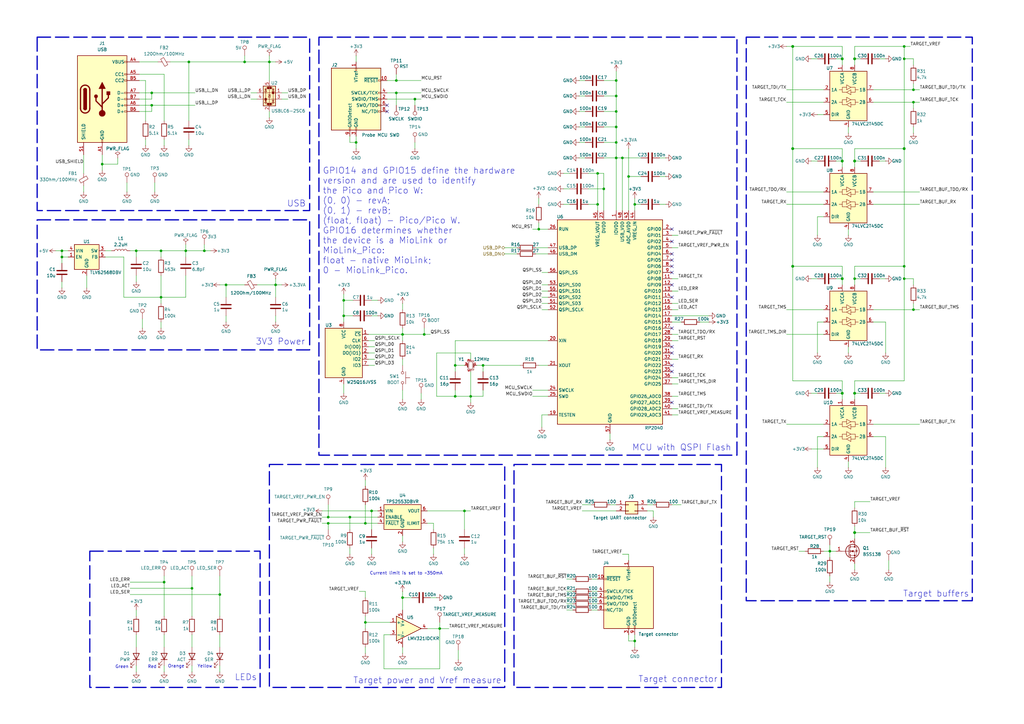
<source format=kicad_sch>
(kicad_sch (version 20231120) (generator "eeschema") (generator_version "8.0")
  (paper "A3")
  (title_block (title "MioLink rev. B") (date "2024-09-12") (comment 2 "Designed by: Dmitry Rezvanov (https://github.com/Misaka0x2730)"))
  (junction (at 165.1 137.16))
  (junction (at 134.62 212.09))
  (junction (at 260.35 262.89))
  (junction (at 110.49 25.4))
  (junction (at 350.52 66.04) (diameter 1.016))
  (junction (at 350.52 24.13) (diameter 1.016))
  (junction (at 260.35 83.82))
  (junction (at 374.65 41.91))
  (junction (at 186.69 162.56) (diameter 0.9144))
  (junction (at 25.4 105.41))
  (junction (at 146.05 58.42))
  (junction (at 198.12 149.86))
  (junction (at 149.86 255.27))
  (junction (at 350.52 161.29) (diameter 1.016))
  (junction (at 190.5 209.55))
  (junction (at 247.65 77.47))
  (junction (at 67.31 238.76))
  (junction (at 370.84 109.22))
  (junction (at 374.65 127))
  (junction (at 162.56 38.1))
  (junction (at 345.44 114.3) (diameter 1.016))
  (junction (at 62.23 38.1))
  (junction (at 180.34 257.81))
  (junction (at 345.44 66.04) (diameter 1.016))
  (junction (at 143.51 212.09))
  (junction (at 78.74 241.3))
  (junction (at 252.73 39.37))
  (junction (at 25.4 102.87))
  (junction (at 140.97 129.54))
  (junction (at 325.12 109.22) (diameter 1.016))
  (junction (at 134.62 214.63))
  (junction (at 55.88 102.87))
  (junction (at 83.82 102.87))
  (junction (at 374.65 36.83))
  (junction (at 76.2 102.87))
  (junction (at 77.47 25.4))
  (junction (at 370.84 114.3))
  (junction (at 220.98 93.98))
  (junction (at 257.81 72.39))
  (junction (at 252.73 45.72))
  (junction (at 90.17 243.84))
  (junction (at 66.04 102.87))
  (junction (at 252.73 33.02))
  (junction (at 173.99 137.16))
  (junction (at 92.71 116.84))
  (junction (at 62.23 43.18))
  (junction (at 193.04 162.56) (diameter 0.9144))
  (junction (at 100.33 25.4))
  (junction (at 245.11 71.12))
  (junction (at 340.36 226.06))
  (junction (at 113.03 116.84))
  (junction (at 370.84 24.13))
  (junction (at 255.27 64.77))
  (junction (at 252.73 58.42))
  (junction (at 252.73 64.77))
  (junction (at 325.12 19.05) (diameter 1.016))
  (junction (at 325.12 60.96) (diameter 1.016))
  (junction (at 350.52 114.3))
  (junction (at 245.11 83.82))
  (junction (at 345.44 24.13) (diameter 1.016))
  (junction (at 252.73 52.07))
  (junction (at 186.69 149.86) (diameter 0.9144))
  (junction (at 41.91 67.31))
  (junction (at 165.1 245.11))
  (junction (at 162.56 33.02))
  (junction (at 370.84 60.96) (diameter 1.016))
  (junction (at 370.84 19.05))
  (junction (at 170.18 40.64))
  (junction (at 345.44 161.29) (diameter 1.016))
  (junction (at 66.04 121.92))
  (junction (at 140.97 123.19))
  (junction (at 350.52 218.44) (diameter 1.016))
  (junction (at 152.4 209.55))
  (junction (at 149.86 214.63))
  (no_connect (at 275.59 144.78))
  (no_connect (at 275.59 109.22))
  (no_connect (at 275.59 104.14))
  (no_connect (at 275.59 152.4))
  (no_connect (at 275.59 99.06))
  (no_connect (at 275.59 121.92))
  (no_connect (at 275.59 116.84))
  (no_connect (at 275.59 106.68))
  (no_connect (at 275.59 111.76))
  (no_connect (at 275.59 149.86))
  (no_connect (at 158.75 45.72))
  (no_connect (at 275.59 142.24))
  (no_connect (at 275.59 134.62))
  (no_connect (at 158.75 43.18))
  (no_connect (at 275.59 93.98))
  (no_connect (at 275.59 165.1))
  (wire (pts (xy 358.14 179.07) (xy 363.22 179.07)))
  (wire (pts (xy 179.07 144.78) (xy 179.07 162.56)))
  (wire (pts (xy 237.49 58.42) (xy 240.03 58.42)))
  (wire (pts (xy 69.85 25.4) (xy 77.47 25.4)))
  (wire (pts (xy 322.58 137.16) (xy 337.82 137.16)))
  (wire (pts (xy 160.02 260.35) (xy 157.48 260.35)))
  (wire (pts (xy 175.26 209.55) (xy 190.5 209.55)))
  (wire (pts (xy 337.82 226.06) (xy 340.36 226.06)))
  (wire (pts (xy 180.34 257.81) (xy 184.15 257.81)))
  (wire (pts (xy 255.27 64.77) (xy 262.89 64.77)))
  (wire (pts (xy 231.14 77.47) (xy 233.68 77.47)))
  (wire (pts (xy 345.44 60.96) (xy 325.12 60.96)))
  (wire (pts (xy 335.28 46.99) (xy 337.82 46.99)))
  (wire (pts (xy 325.12 156.21) (xy 345.44 156.21)))
  (wire (pts (xy 345.44 109.22) (xy 345.44 114.3)))
  (wire (pts (xy 193.04 162.56) (xy 186.69 162.56)))
  (wire (pts (xy 337.82 179.07) (xy 335.28 179.07)))
  (wire (pts (xy 273.05 64.77) (xy 270.51 64.77)))
  (wire (pts (xy 358.14 132.08) (xy 363.22 132.08)))
  (wire (pts (xy 149.86 196.85) (xy 149.86 199.39)))
  (wire (pts (xy 90.17 116.84) (xy 92.71 116.84)))
  (wire (pts (xy 353.06 161.29) (xy 350.52 161.29)))
  (wire (pts (xy 41.91 67.31) (xy 48.26 67.31)))
  (wire (pts (xy 222.25 170.18) (xy 224.79 170.18)))
  (wire (pts (xy 342.9 161.29) (xy 345.44 161.29)))
  (wire (pts (xy 245.11 245.11) (xy 242.57 245.11)))
  (wire (pts (xy 222.25 121.92) (xy 224.79 121.92)))
  (wire (pts (xy 370.84 114.3) (xy 370.84 156.21)))
  (wire (pts (xy 374.65 26.67) (xy 374.65 24.13)))
  (wire (pts (xy 165.1 160.02) (xy 165.1 163.83)))
  (wire (pts (xy 220.98 93.98) (xy 224.79 93.98)))
  (wire (pts (xy 337.82 36.83) (xy 322.58 36.83)))
  (wire (pts (xy 52.07 74.93) (xy 52.07 78.74)))
  (wire (pts (xy 252.73 39.37) (xy 252.73 45.72)))
  (wire (pts (xy 55.88 102.87) (xy 66.04 102.87)))
  (wire (pts (xy 350.52 109.22) (xy 370.84 109.22)))
  (wire (pts (xy 342.9 66.04) (xy 345.44 66.04)))
  (wire (pts (xy 345.44 114.3) (xy 345.44 116.84)))
  (wire (pts (xy 151.13 144.78) (xy 153.67 144.78)))
  (wire (pts (xy 275.59 162.56) (xy 278.13 162.56)))
  (wire (pts (xy 102.87 40.64) (xy 105.41 40.64)))
  (wire (pts (xy 165.1 124.46) (xy 165.1 127)))
  (wire (pts (xy 241.3 83.82) (xy 245.11 83.82)))
  (wire (pts (xy 50.8 105.41) (xy 50.8 121.92)))
  (wire (pts (xy 340.36 223.52) (xy 340.36 226.06)))
  (wire (pts (xy 350.52 19.05) (xy 350.52 24.13)))
  (wire (pts (xy 100.33 25.4) (xy 110.49 25.4)))
  (wire (pts (xy 219.71 104.14) (xy 224.79 104.14)))
  (wire (pts (xy 25.4 115.57) (xy 25.4 118.11)))
  (wire (pts (xy 350.52 66.04) (xy 350.52 60.96)))
  (wire (pts (xy 157.48 260.35) (xy 157.48 274.32)))
  (wire (pts (xy 260.35 262.89) (xy 257.81 262.89)))
  (wire (pts (xy 57.15 43.18) (xy 62.23 43.18)))
  (wire (pts (xy 237.49 64.77) (xy 240.03 64.77)))
  (wire (pts (xy 149.86 242.57) (xy 149.86 245.11)))
  (wire (pts (xy 162.56 38.1) (xy 162.56 43.18)))
  (wire (pts (xy 222.25 111.76) (xy 224.79 111.76)))
  (wire (pts (xy 335.28 179.07) (xy 335.28 191.77)))
  (wire (pts (xy 234.95 247.65) (xy 232.41 247.65)))
  (wire (pts (xy 370.84 156.21) (xy 350.52 156.21)))
  (wire (pts (xy 55.88 102.87) (xy 55.88 105.41)))
  (wire (pts (xy 370.84 109.22) (xy 370.84 114.3)))
  (wire (pts (xy 234.95 245.11) (xy 232.41 245.11)))
  (wire (pts (xy 275.59 137.16) (xy 278.13 137.16)))
  (wire (pts (xy 77.47 57.15) (xy 77.47 59.69)))
  (wire (pts (xy 250.19 207.01) (xy 252.73 207.01)))
  (wire (pts (xy 335.28 66.04) (xy 332.74 66.04)))
  (wire (pts (xy 173.99 134.62) (xy 173.99 137.16)))
  (wire (pts (xy 350.52 215.9) (xy 350.52 218.44)))
  (wire (pts (xy 34.29 76.2) (xy 34.29 78.74)))
  (wire (pts (xy 158.75 38.1) (xy 162.56 38.1)))
  (wire (pts (xy 325.12 109.22) (xy 345.44 109.22)))
  (wire (pts (xy 57.15 45.72) (xy 62.23 45.72)))
  (wire (pts (xy 335.28 161.29) (xy 332.74 161.29)))
  (wire (pts (xy 158.75 33.02) (xy 162.56 33.02)))
  (wire (pts (xy 218.44 162.56) (xy 224.79 162.56)))
  (wire (pts (xy 146.05 58.42) (xy 146.05 60.96)))
  (wire (pts (xy 165.1 147.32) (xy 165.1 149.86)))
  (wire (pts (xy 175.26 257.81) (xy 180.34 257.81)))
  (wire (pts (xy 140.97 120.65) (xy 140.97 123.19)))
  (wire (pts (xy 62.23 38.1) (xy 80.01 38.1)))
  (wire (pts (xy 247.65 39.37) (xy 252.73 39.37)))
  (wire (pts (xy 231.14 83.82) (xy 233.68 83.82)))
  (wire (pts (xy 218.44 160.02) (xy 224.79 160.02)))
  (wire (pts (xy 260.35 83.82) (xy 262.89 83.82)))
  (wire (pts (xy 267.97 209.55) (xy 265.43 209.55)))
  (wire (pts (xy 62.23 45.72) (xy 62.23 43.18)))
  (wire (pts (xy 149.86 255.27) (xy 149.86 257.81)))
  (wire (pts (xy 374.65 36.83) (xy 377.19 36.83)))
  (wire (pts (xy 220.98 81.28) (xy 220.98 83.82)))
  (wire (pts (xy 350.52 161.29) (xy 350.52 163.83)))
  (wire (pts (xy 100.33 22.86) (xy 100.33 25.4)))
  (wire (pts (xy 90.17 243.84) (xy 90.17 252.73)))
  (wire (pts (xy 67.31 30.48) (xy 67.31 49.53)))
  (wire (pts (xy 25.4 102.87) (xy 27.94 102.87)))
  (wire (pts (xy 353.06 114.3) (xy 350.52 114.3)))
  (wire (pts (xy 113.03 116.84) (xy 115.57 116.84)))
  (wire (pts (xy 152.4 224.79) (xy 152.4 227.33)))
  (wire (pts (xy 345.44 66.04) (xy 345.44 60.96)))
  (wire (pts (xy 252.73 52.07) (xy 252.73 58.42)))
  (wire (pts (xy 165.1 245.11) (xy 168.91 245.11)))
  (wire (pts (xy 247.65 64.77) (xy 252.73 64.77)))
  (wire (pts (xy 374.65 116.84) (xy 374.65 114.3)))
  (wire (pts (xy 275.59 127) (xy 278.13 127)))
  (wire (pts (xy 350.52 205.74) (xy 356.87 205.74)))
  (wire (pts (xy 34.29 63.5) (xy 34.29 71.12)))
  (wire (pts (xy 322.58 41.91) (xy 337.82 41.91)))
  (wire (pts (xy 322.58 78.74) (xy 337.82 78.74)))
  (wire (pts (xy 374.65 41.91) (xy 374.65 44.45)))
  (wire (pts (xy 265.43 207.01) (xy 267.97 207.01)))
  (wire (pts (xy 335.28 114.3) (xy 332.74 114.3)))
  (wire (pts (xy 143.51 212.09) (xy 154.94 212.09)))
  (wire (pts (xy 252.73 64.77) (xy 252.73 86.36)))
  (wire (pts (xy 67.31 238.76) (xy 67.31 252.73)))
  (wire (pts (xy 187.96 266.7) (xy 187.96 270.51)))
  (wire (pts (xy 350.52 231.14) (xy 350.52 233.68)))
  (wire (pts (xy 140.97 129.54) (xy 144.78 129.54)))
  (wire (pts (xy 325.12 60.96) (xy 325.12 19.05)))
  (wire (pts (xy 66.04 102.87) (xy 66.04 105.41)))
  (wire (pts (xy 143.51 55.88) (xy 143.51 58.42)))
  (wire (pts (xy 260.35 86.36) (xy 260.35 83.82)))
  (wire (pts (xy 245.11 242.57) (xy 242.57 242.57)))
  (wire (pts (xy 76.2 100.33) (xy 76.2 102.87)))
  (wire (pts (xy 78.74 273.05) (xy 78.74 275.59)))
  (wire (pts (xy 147.32 242.57) (xy 149.86 242.57)))
  (wire (pts (xy 267.97 209.55) (xy 267.97 212.09)))
  (wire (pts (xy 165.1 137.16) (xy 165.1 139.7)))
  (wire (pts (xy 55.88 250.19) (xy 55.88 252.73)))
  (wire (pts (xy 58.42 130.81) (xy 58.42 134.62)))
  (wire (pts (xy 59.69 57.15) (xy 59.69 59.69)))
  (wire (pts (xy 252.73 29.21) (xy 252.73 33.02)))
  (wire (pts (xy 347.98 96.52) (xy 347.98 93.98)))
  (wire (pts (xy 66.04 132.08) (xy 66.04 134.62)))
  (wire (pts (xy 149.86 207.01) (xy 149.86 214.63)))
  (wire (pts (xy 193.04 144.78) (xy 179.07 144.78)))
  (wire (pts (xy 190.5 209.55) (xy 193.04 209.55)))
  (wire (pts (xy 190.5 224.79) (xy 190.5 227.33)))
  (wire (pts (xy 350.52 156.21) (xy 350.52 161.29)))
  (wire (pts (xy 149.86 252.73) (xy 149.86 255.27)))
  (wire (pts (xy 193.04 152.4) (xy 193.04 162.56)))
  (wire (pts (xy 190.5 149.86) (xy 186.69 149.86)))
  (wire (pts (xy 165.1 242.57) (xy 165.1 245.11)))
  (wire (pts (xy 186.69 149.86) (xy 186.69 152.4)))
  (wire (pts (xy 66.04 113.03) (xy 66.04 121.92)))
  (wire (pts (xy 218.44 93.98) (xy 220.98 93.98)))
  (wire (pts (xy 222.25 127) (xy 224.79 127)))
  (wire (pts (xy 66.04 121.92) (xy 66.04 124.46)))
  (wire (pts (xy 170.18 40.64) (xy 172.72 40.64)))
  (wire (pts (xy 247.65 45.72) (xy 252.73 45.72)))
  (wire (pts (xy 345.44 66.04) (xy 345.44 68.58)))
  (wire (pts (xy 143.51 58.42) (xy 146.05 58.42)))
  (wire (pts (xy 322.58 83.82) (xy 337.82 83.82)))
  (wire (pts (xy 92.71 116.84) (xy 92.71 121.92)))
  (wire (pts (xy 245.11 83.82) (xy 245.11 86.36)))
  (wire (pts (xy 186.69 149.86) (xy 186.69 139.7)))
  (wire (pts (xy 78.74 260.35) (xy 78.74 265.43)))
  (wire (pts (xy 222.25 124.46) (xy 224.79 124.46)))
  (wire (pts (xy 180.34 274.32) (xy 180.34 257.81)))
  (wire (pts (xy 115.57 38.1) (xy 118.11 38.1)))
  (wire (pts (xy 63.5 74.93) (xy 63.5 78.74)))
  (wire (pts (xy 245.11 71.12) (xy 247.65 71.12)))
  (wire (pts (xy 158.75 40.64) (xy 170.18 40.64)))
  (wire (pts (xy 152.4 209.55) (xy 152.4 217.17)))
  (wire (pts (xy 151.13 149.86) (xy 153.67 149.86)))
  (wire (pts (xy 374.65 34.29) (xy 374.65 36.83)))
  (wire (pts (xy 222.25 170.18) (xy 222.25 175.26)))
  (wire (pts (xy 340.36 236.22) (xy 340.36 238.76)))
  (wire (pts (xy 35.56 113.03) (xy 35.56 118.11)))
  (wire (pts (xy 241.3 77.47) (xy 247.65 77.47)))
  (wire (pts (xy 370.84 24.13) (xy 370.84 19.05)))
  (wire (pts (xy 337.82 88.9) (xy 335.28 88.9)))
  (wire (pts (xy 247.65 58.42) (xy 252.73 58.42)))
  (wire (pts (xy 57.15 25.4) (xy 64.77 25.4)))
  (wire (pts (xy 275.59 139.7) (xy 278.13 139.7)))
  (wire (pts (xy 350.52 218.44) (xy 350.52 220.98)))
  (wire (pts (xy 325.12 60.96) (xy 325.12 109.22)))
  (wire (pts (xy 90.17 236.22) (xy 90.17 243.84)))
  (wire (pts (xy 113.03 114.3) (xy 113.03 116.84)))
  (wire (pts (xy 222.25 116.84) (xy 224.79 116.84)))
  (wire (pts (xy 50.8 121.92) (xy 66.04 121.92)))
  (wire (pts (xy 260.35 81.28) (xy 260.35 83.82)))
  (wire (pts (xy 234.95 250.19) (xy 232.41 250.19)))
  (wire (pts (xy 337.82 132.08) (xy 335.28 132.08)))
  (wire (pts (xy 143.51 224.79) (xy 143.51 227.33)))
  (wire (pts (xy 238.76 207.01) (xy 242.57 207.01)))
  (wire (pts (xy 257.81 72.39) (xy 262.89 72.39)))
  (wire (pts (xy 41.91 63.5) (xy 41.91 67.31)))
  (wire (pts (xy 55.88 260.35) (xy 55.88 265.43)))
  (wire (pts (xy 62.23 40.64) (xy 62.23 38.1)))
  (wire (pts (xy 57.15 38.1) (xy 62.23 38.1)))
  (wire (pts (xy 165.1 219.71) (xy 165.1 222.25)))
  (wire (pts (xy 255.27 64.77) (xy 255.27 86.36)))
  (wire (pts (xy 198.12 160.02) (xy 198.12 162.56)))
  (wire (pts (xy 207.01 104.14) (xy 212.09 104.14)))
  (wire (pts (xy 275.59 114.3) (xy 278.13 114.3)))
  (wire (pts (xy 322.58 127) (xy 337.82 127)))
  (wire (pts (xy 374.65 41.91) (xy 377.19 41.91)))
  (wire (pts (xy 358.14 173.99) (xy 377.19 173.99)))
  (wire (pts (xy 53.34 243.84) (xy 90.17 243.84)))
  (wire (pts (xy 157.48 274.32) (xy 180.34 274.32)))
  (wire (pts (xy 59.69 33.02) (xy 59.69 49.53)))
  (wire (pts (xy 234.95 242.57) (xy 232.41 242.57)))
  (wire (pts (xy 325.12 109.22) (xy 325.12 156.21)))
  (wire (pts (xy 170.18 40.64) (xy 170.18 43.18)))
  (wire (pts (xy 149.86 214.63) (xy 154.94 214.63)))
  (wire (pts (xy 41.91 67.31) (xy 41.91 69.85)))
  (wire (pts (xy 350.52 60.96) (xy 370.84 60.96)))
  (wire (pts (xy 237.49 39.37) (xy 240.03 39.37)))
  (wire (pts (xy 234.95 237.49) (xy 232.41 237.49)))
  (wire (pts (xy 370.84 19.05) (xy 350.52 19.05)))
  (wire (pts (xy 134.62 212.09) (xy 143.51 212.09)))
  (wire (pts (xy 134.62 207.01) (xy 134.62 212.09)))
  (wire (pts (xy 165.1 245.11) (xy 165.1 250.19)))
  (wire (pts (xy 134.62 214.63) (xy 134.62 217.17)))
  (wire (pts (xy 77.47 25.4) (xy 77.47 49.53)))
  (wire (pts (xy 25.4 105.41) (xy 25.4 107.95)))
  (wire (pts (xy 345.44 19.05) (xy 345.44 24.13)))
  (wire (pts (xy 257.81 60.96) (xy 257.81 72.39)))
  (wire (pts (xy 350.52 218.44) (xy 356.87 218.44)))
  (wire (pts (xy 275.59 119.38) (xy 278.13 119.38)))
  (wire (pts (xy 186.69 162.56) (xy 186.69 160.02)))
  (wire (pts (xy 370.84 24.13) (xy 374.65 24.13)))
  (wire (pts (xy 222.25 119.38) (xy 224.79 119.38)))
  (wire (pts (xy 374.65 124.46) (xy 374.65 127)))
  (wire (pts (xy 358.14 83.82) (xy 377.19 83.82)))
  (wire (pts (xy 90.17 273.05) (xy 90.17 275.59)))
  (wire (pts (xy 25.4 102.87) (xy 25.4 105.41)))
  (wire (pts (xy 22.86 102.87) (xy 25.4 102.87)))
  (wire (pts (xy 198.12 162.56) (xy 193.04 162.56)))
  (wire (pts (xy 140.97 123.19) (xy 140.97 129.54)))
  (wire (pts (xy 55.88 113.03) (xy 55.88 115.57)))
  (wire (pts (xy 241.3 71.12) (xy 245.11 71.12)))
  (wire (pts (xy 363.22 179.07) (xy 363.22 191.77)))
  (wire (pts (xy 370.84 60.96) (xy 370.84 24.13)))
  (wire (pts (xy 102.87 38.1) (xy 105.41 38.1)))
  (wire (pts (xy 273.05 72.39) (xy 270.51 72.39)))
  (wire (pts (xy 275.59 129.54) (xy 290.83 129.54)))
  (wire (pts (xy 198.12 149.86) (xy 213.36 149.86)))
  (wire (pts (xy 358.14 41.91) (xy 374.65 41.91)))
  (wire (pts (xy 177.8 214.63) (xy 177.8 217.17)))
  (wire (pts (xy 220.98 91.44) (xy 220.98 93.98)))
  (wire (pts (xy 90.17 260.35) (xy 90.17 265.43)))
  (wire (pts (xy 237.49 52.07) (xy 240.03 52.07)))
  (wire (pts (xy 176.53 137.16) (xy 173.99 137.16)))
  (wire (pts (xy 57.15 33.02) (xy 59.69 33.02)))
  (wire (pts (xy 55.88 273.05) (xy 55.88 275.59)))
  (wire (pts (xy 110.49 25.4) (xy 113.03 25.4)))
  (wire (pts (xy 198.12 149.86) (xy 198.12 152.4)))
  (wire (pts (xy 83.82 102.87) (xy 86.36 102.87)))
  (wire (pts (xy 193.04 162.56) (xy 193.04 165.1)))
  (wire (pts (xy 113.03 129.54) (xy 113.03 132.08)))
  (wire (pts (xy 162.56 30.48) (xy 162.56 33.02)))
  (wire (pts (xy 275.59 170.18) (xy 278.13 170.18)))
  (wire (pts (xy 322.58 19.05) (xy 325.12 19.05)))
  (wire (pts (xy 252.73 52.07) (xy 252.73 45.72)))
  (wire (pts (xy 134.62 214.63) (xy 149.86 214.63)))
  (wire (pts (xy 110.49 25.4) (xy 110.49 33.02)))
  (wire (pts (xy 287.02 132.08) (xy 290.83 132.08)))
  (wire (pts (xy 43.18 102.87) (xy 45.72 102.87)))
  (wire (pts (xy 162.56 38.1) (xy 172.72 38.1)))
  (wire (pts (xy 57.15 40.64) (xy 62.23 40.64)))
  (wire (pts (xy 132.08 212.09) (xy 134.62 212.09)))
  (wire (pts (xy 247.65 33.02) (xy 252.73 33.02)))
  (wire (pts (xy 66.04 121.92) (xy 76.2 121.92)))
  (wire (pts (xy 237.49 45.72) (xy 240.03 45.72)))
  (wire (pts (xy 78.74 241.3) (xy 78.74 252.73)))
  (wire (pts (xy 176.53 245.11) (xy 179.07 245.11)))
  (wire (pts (xy 149.86 255.27) (xy 160.02 255.27)))
  (wire (pts (xy 43.18 105.41) (xy 50.8 105.41)))
  (wire (pts (xy 247.65 52.07) (xy 252.73 52.07)))
  (wire (pts (xy 245.11 71.12) (xy 245.11 83.82)))
  (wire (pts (xy 57.15 30.48) (xy 67.31 30.48)))
  (wire (pts (xy 238.76 209.55) (xy 252.73 209.55)))
  (wire (pts (xy 358.14 36.83) (xy 374.65 36.83)))
  (wire (pts (xy 370.84 60.96) (xy 370.84 109.22)))
  (wire (pts (xy 48.26 64.77) (xy 48.26 67.31)))
  (wire (pts (xy 143.51 212.09) (xy 143.51 217.17)))
  (wire (pts (xy 345.44 161.29) (xy 345.44 163.83)))
  (wire (pts (xy 247.65 77.47) (xy 247.65 86.36)))
  (wire (pts (xy 53.34 102.87) (xy 55.88 102.87)))
  (wire (pts (xy 77.47 25.4) (xy 100.33 25.4)))
  (wire (pts (xy 325.12 19.05) (xy 345.44 19.05)))
  (wire (pts (xy 53.34 241.3) (xy 78.74 241.3)))
  (wire (pts (xy 76.2 102.87) (xy 83.82 102.87)))
  (wire (pts (xy 180.34 255.27) (xy 180.34 257.81)))
  (wire (pts (xy 179.07 162.56) (xy 186.69 162.56)))
  (wire (pts (xy 245.11 247.65) (xy 242.57 247.65)))
  (wire (pts (xy 83.82 100.33) (xy 83.82 102.87)))
  (wire (pts (xy 53.34 238.76) (xy 67.31 238.76)))
  (wire (pts (xy 358.14 127) (xy 374.65 127)))
  (wire (pts (xy 165.1 265.43) (xy 165.1 267.97)))
  (wire (pts (xy 370.84 19.05) (xy 373.38 19.05)))
  (wire (pts (xy 252.73 64.77) (xy 252.73 58.42)))
  (wire (pts (xy 347.98 54.61) (xy 347.98 52.07)))
  (wire (pts (xy 350.52 114.3) (xy 350.52 116.84)))
  (wire (pts (xy 322.58 173.99) (xy 337.82 173.99)))
  (wire (pts (xy 350.52 109.22) (xy 350.52 114.3)))
  (wire (pts (xy 350.52 205.74) (xy 350.52 208.28)))
  (wire (pts (xy 115.57 40.64) (xy 118.11 40.64)))
  (wire (pts (xy 260.35 260.35) (xy 260.35 262.89)))
  (wire (pts (xy 335.28 96.52) (xy 335.28 88.9)))
  (wire (pts (xy 363.22 132.08) (xy 363.22 144.78)))
  (wire (pts (xy 231.14 71.12) (xy 233.68 71.12)))
  (wire (pts (xy 67.31 260.35) (xy 67.31 265.43)))
  (wire (pts (xy 165.1 137.16) (xy 173.99 137.16)))
  (wire (pts (xy 76.2 113.03) (xy 76.2 121.92)))
  (wire (pts (xy 195.58 149.86) (xy 198.12 149.86)))
  (wire (pts (xy 27.94 105.41) (xy 25.4 105.41)))
  (wire (pts (xy 340.36 228.6) (xy 340.36 226.06)))
  (wire (pts (xy 152.4 123.19) (xy 154.94 123.19)))
  (wire (pts (xy 92.71 116.84) (xy 100.33 116.84)))
  (wire (pts (xy 252.73 64.77) (xy 255.27 64.77)))
  (wire (pts (xy 275.59 132.08) (xy 279.4 132.08)))
  (wire (pts (xy 337.82 184.15) (xy 332.74 184.15)))
  (wire (pts (xy 172.72 161.29) (xy 172.72 163.83)))
  (wire (pts (xy 275.59 101.6) (xy 278.13 101.6)))
  (wire (pts (xy 275.59 154.94) (xy 278.13 154.94)))
  (wire (pts (xy 257.81 227.33) (xy 255.27 227.33)))
  (wire (pts (xy 347.98 144.78) (xy 347.98 142.24)))
  (wire (pts (xy 350.52 24.13) (xy 350.52 26.67)))
  (wire (pts (xy 374.65 127) (xy 377.19 127)))
  (wire (pts (xy 342.9 24.13) (xy 345.44 24.13)))
  (wire (pts (xy 151.13 139.7) (xy 153.67 139.7)))
  (wire (pts (xy 275.59 96.52) (xy 278.13 96.52)))
  (wire (pts (xy 162.56 33.02) (xy 172.72 33.02)))
  (wire (pts (xy 252.73 39.37) (xy 252.73 33.02)))
  (wire (pts (xy 275.59 167.64) (xy 278.13 167.64)))
  (wire (pts (xy 353.06 66.04) (xy 350.52 66.04)))
  (wire (pts (xy 67.31 57.15) (xy 67.31 59.69)))
  (wire (pts (xy 132.08 209.55) (xy 152.4 209.55)))
  (wire (pts (xy 177.8 224.79) (xy 177.8 227.33)))
  (wire (pts (xy 146.05 22.86) (xy 146.05 25.4)))
  (wire (pts (xy 220.98 149.86) (xy 224.79 149.86)))
  (wire (pts (xy 257.81 229.87) (xy 257.81 227.33)))
  (wire (pts (xy 78.74 236.22) (xy 78.74 241.3)))
  (wire (pts (xy 245.11 250.19) (xy 242.57 250.19)))
  (wire (pts (xy 151.13 137.16) (xy 165.1 137.16)))
  (wire (pts (xy 260.35 262.89) (xy 260.35 265.43)))
  (wire (pts (xy 92.71 129.54) (xy 92.71 132.08)))
  (wire (pts (xy 335.28 24.13) (xy 332.74 24.13)))
  (wire (pts (xy 66.04 102.87) (xy 76.2 102.87)))
  (wire (pts (xy 335.28 132.08) (xy 335.28 144.78)))
  (wire (pts (xy 151.13 147.32) (xy 153.67 147.32)))
  (wire (pts (xy 240.03 33.02) (xy 237.49 33.02)))
  (wire (pts (xy 247.65 71.12) (xy 247.65 77.47)))
  (wire (pts (xy 358.14 78.74) (xy 377.19 78.74)))
  (wire (pts (xy 190.5 209.55) (xy 190.5 217.17)))
  (wire (pts (xy 151.13 142.24) (xy 153.67 142.24)))
  (wire (pts (xy 257.81 86.36) (xy 257.81 72.39)))
  (wire (pts (xy 360.68 161.29) (xy 363.22 161.29)))
  (wire (pts (xy 270.51 83.82) (xy 273.05 83.82)))
  (wire (pts (xy 350.52 66.04) (xy 350.52 68.58)))
  (wire (pts (xy 360.68 24.13) (xy 363.22 24.13)))
  (wire (pts (xy 186.69 139.7) (xy 224.79 139.7)))
  (wire (pts (xy 340.36 226.06) (xy 342.9 226.06)))
  (wire (pts (xy 275.59 124.46) (xy 278.13 124.46)))
  (wire (pts (xy 170.18 58.42) (xy 170.18 60.96)))
  (wire (pts (xy 193.04 147.32) (xy 193.04 144.78)))
  (wire (pts (xy 152.4 129.54) (xy 154.94 129.54)))
  (wire (pts (xy 345.44 156.21) (xy 345.44 161.29)))
  (wire (pts (xy 257.81 260.35) (xy 257.81 262.89)))
  (wire (pts (xy 370.84 114.3) (xy 374.65 114.3)))
  (wire (pts (xy 374.65 52.07) (xy 374.65 54.61)))
  (wire (pts (xy 360.68 66.04) (xy 363.22 66.04)))
  (wire (pts (xy 275.59 157.48) (xy 278.13 157.48)))
  (wire (pts (xy 140.97 157.48) (xy 140.97 161.29)))
  (wire (pts (xy 152.4 209.55) (xy 154.94 209.55)))
  (wire (pts (xy 146.05 55.88) (xy 146.05 58.42)))
  (wire (pts (xy 165.1 134.62) (xy 165.1 137.16)))
  (wire (pts (xy 140.97 123.19) (xy 144.78 123.19)))
  (wire (pts (xy 347.98 191.77) (xy 347.98 189.23)))
  (wire (pts (xy 327.66 226.06) (xy 330.2 226.06)))
  (wire (pts (xy 110.49 45.72) (xy 110.49 48.26)))
  (wire (pts (xy 364.49 229.87) (xy 364.49 233.68)))
  (wire (pts (xy 353.06 24.13) (xy 350.52 24.13)))
  (wire (pts (xy 132.08 214.63) (xy 134.62 214.63)))
  (wire (pts (xy 67.31 273.05) (xy 67.31 275.59)))
  (wire (pts (xy 275.59 207.01) (xy 279.4 207.01)))
  (wire (pts (xy 113.03 116.84) (xy 113.03 121.92)))
  (wire (pts (xy 275.59 147.32) (xy 278.13 147.32)))
  (wire (pts (xy 140.97 129.54) (xy 140.97 132.08)))
  (wire (pts (xy 62.23 43.18) (xy 80.01 43.18)))
  (wire (pts (xy 177.8 214.63) (xy 175.26 214.63)))
  (wire (pts (xy 345.44 24.13) (xy 345.44 26.67)))
  (wire (pts (xy 110.49 22.86) (xy 110.49 25.4)))
  (wire (pts (xy 207.01 101.6) (xy 212.09 101.6)))
  (wire (pts (xy 360.68 114.3) (xy 363.22 114.3)))
  (wire (pts (xy 67.31 236.22) (xy 67.31 238.76)))
  (wire (pts (xy 105.41 116.84) (xy 113.03 116.84)))
  (wire (pts (xy 219.71 101.6) (xy 224.79 101.6)))
  (wire (pts (xy 149.86 265.43) (xy 149.86 267.97)))
  (wire (pts (xy 245.11 237.49) (xy 242.57 237.49)))
  (wire (pts (xy 76.2 102.87) (xy 76.2 105.41)))
  (wire (pts (xy 250.19 177.8) (xy 250.19 180.34)))
  (wire (pts (xy 342.9 114.3) (xy 345.44 114.3)))
  (rectangle (start 210.82 190.5) (end 295.91 281.94) (stroke (width 0.5) (type dash)))
  (rectangle (start 15.24 15.24) (end 127 86.36) (stroke (width 0.5) (type dash)))
  (rectangle (start 36.83 226.06) (end 106.68 281.94) (stroke (width 0.5) (type dash)))
  (rectangle (start 110.49 190.5) (end 207.01 281.94) (stroke (width 0.5) (type dash)))
  (rectangle (start 306.07 15.24) (end 398.78 246.38) (stroke (width 0.5) (type dash)))
  (rectangle (start 15.24 90.17) (end 127 143.51) (stroke (width 0.5) (type dash)))
  (rectangle (start 130.81 15.24) (end 302.26 186.69) (stroke (width 0.5) (type dash)))
  (text "Red" (at 64.262 274.32 0) (effects (font (size 1.27 1.27)) (justify right bottom)))
  (text "Target buffers" (at 397.51 245.11 0) (effects (font (size 2.54 2.54)) (justify right bottom)))
  (text "Current limit is set to ~350mA" (at 151.638 235.966 0) (effects (font (size 1.27 1.27)) (justify left bottom)))
  (text "Yellow" (at 87.122 274.066 0) (effects (font (size 1.27 1.27)) (justify right bottom)))
  (text "3V3 Power" (at 125.222 141.732 0) (effects (font (size 2.54 2.54)) (justify right bottom)))
  (text "MCU with QSPI Flash" (at 299.974 185.166 0) (effects (font (size 2.54 2.54)) (justify right bottom)))
  (text "Green" (at 52.832 274.32 0) (effects (font (size 1.27 1.27)) (justify right bottom)))
  (text "GPIO14 and GPIO15 define the hardware\nversion and are used to identify\nthe Pico and Pico W:\n(0, 0) - revA;\n(0, 1) - revB;\n(float, float) - Pico/Pico W.\nGPIO16 determines whether\nthe device is a MioLink or\nMioLink_Pico:\nfloat - native MioLink;\n0 - MioLink_Pico." (at 132.334 112.522 0) (effects (font (size 2.54 2.54)) (justify left bottom)))
  (text "Target power and Vref measure" (at 205.74 280.67 0) (effects (font (size 2.54 2.54)) (justify right bottom)))
  (text "Orange" (at 75.692 274.066 0) (effects (font (size 1.27 1.27)) (justify right bottom)))
  (text "Target connector" (at 294.386 280.162 0) (effects (font (size 2.54 2.54)) (justify right bottom)))
  (text "LEDs" (at 105.41 279.4 0) (effects (font (size 2.54 2.54)) (justify right bottom)))
  (text "USB" (at 125.476 85.09 0) (effects (font (size 2.54 2.54)) (justify right bottom)))
  (label "TARGET_TCK" (at 322.58 41.91 180))
  (label "TARGET_BUF_TDO{slash}RX" (at 232.41 247.65 180))
  (label "TARGET_RX" (at 278.13 147.32 0))
  (label "TARGET_TDO{slash}RX" (at 278.13 137.16 0))
  (label "TARGET_PWR_~{FAULT}" (at 278.13 96.52 0))
  (label "MCU_RST" (at 172.72 33.02 0))
  (label "TARGET_RST" (at 278.13 139.7 0))
  (label "QSPI_SCLK" (at 222.25 127 180))
  (label "QSPI_D1" (at 222.25 119.38 180))
  (label "QSPI_D2" (at 153.67 147.32 0))
  (label "TARGET_TDI{slash}TX" (at 278.13 167.64 0))
  (label "USB_DN" (at 118.11 40.64 0))
  (label "USB_L_DN" (at 80.01 38.1 0))
  (label "QSPI_D3" (at 153.67 149.86 0))
  (label "TARGET_VREF" (at 373.38 19.05 0))
  (label "TARGET_BUF_TCK" (at 377.19 41.91 0))
  (label "QSPI_D2" (at 222.25 121.92 180))
  (label "QSPI_SCLK" (at 153.67 139.7 0))
  (label "USB_L_DP" (at 80.01 43.18 0))
  (label "QSPI_D3" (at 222.25 124.46 180))
  (label "USB_DP" (at 118.11 38.1 0))
  (label "TARGET_VREF" (at 255.27 227.33 180))
  (label "MCU_SWCLK" (at 172.72 38.1 0))
  (label "TARGET_BUF_RX" (at 238.76 207.01 180))
  (label "TARGET_BUF_TX" (at 279.4 207.01 0))
  (label "LED_SER" (at 53.34 243.84 180))
  (label "TARGET_RST" (at 327.66 226.06 180))
  (label "TARGET_BUF_TMS" (at 232.41 245.11 180))
  (label "TARGET_BUF_~{RST}" (at 356.87 218.44 0))
  (label "TARGET_BUF_~{RST}" (at 232.41 237.49 180))
  (label "TARGET_BUF_TX" (at 377.19 173.99 0))
  (label "TARGET_BUF_TCK" (at 232.41 242.57 180))
  (label "TARGET_VREF" (at 193.04 209.55 0))
  (label "TARGET_TX" (at 322.58 173.99 180))
  (label "USB_SHIELD" (at 34.29 67.31 180))
  (label "TARGET_BUF_TMS" (at 377.19 127 0))
  (label "USB_L_DN" (at 102.87 40.64 180))
  (label "LED_ERR" (at 53.34 238.76 180))
  (label "TARGET_TMS" (at 278.13 162.56 0))
  (label "QSPI_D0" (at 153.67 142.24 0))
  (label "TARGET_VREF_PWR_EN" (at 278.13 101.6 0))
  (label "TARGET_VREF_PWR_EN" (at 132.08 212.09 180))
  (label "TARGET_TMS_DIR" (at 322.58 137.16 180))
  (label "LED_ACT" (at 278.13 127 0))
  (label "TARGET_VREF_MEASURE" (at 278.13 170.18 0))
  (label "MCU_SWCLK" (at 218.44 160.02 180))
  (label "TARGET_VREF_MEASURE" (at 184.15 257.81 0))
  (label "TARGET_PWR_~{FAULT}" (at 132.08 214.63 180))
  (label "QSPI_D1" (at 153.67 144.78 0))
  (label "TARGET_VREF" (at 238.76 209.55 180))
  (label "TARGET_TCK" (at 278.13 154.94 0))
  (label "TARGET_VREF" (at 356.87 205.74 0))
  (label "TARGET_VREF" (at 147.32 242.57 180))
  (label "QSPI_D0" (at 222.25 116.84 180))
  (label "TARGET_TX" (at 278.13 114.3 0))
  (label "LED_ERR" (at 278.13 119.38 0))
  (label "TARGET_RX" (at 322.58 83.82 180))
  (label "MCU_SWDIO" (at 218.44 162.56 180))
  (label "TARGET_BUF_TDI{slash}TX" (at 232.41 250.19 180))
  (label "TARGET_BUF_RX" (at 377.19 83.82 0))
  (label "LED_ACT" (at 53.34 241.3 180))
  (label "LED_SER" (at 278.13 124.46 0))
  (label "TARGET_BUF_TDI{slash}TX" (at 377.19 36.83 0))
  (label "QSPI_SS" (at 176.53 137.16 0))
  (label "MCU_RST" (at 218.44 93.98 180))
  (label "TARGET_TDO{slash}RX" (at 322.58 78.74 180))
  (label "TARGET_TMS_DIR" (at 278.13 157.48 0))
  (label "QSPI_SS" (at 222.25 111.76 180))
  (label "MCU_SWDIO" (at 172.72 40.64 0))
  (label "TARGET_TMS" (at 322.58 127 180))
  (label "USB_L_DP" (at 102.87 38.1 180))
  (label "TARGET_TDI{slash}TX" (at 322.58 36.83 180))
  (label "TARGET_BUF_TDO{slash}RX" (at 377.19 78.74 0))
  (hierarchical_label "USB_DN" (shape bidirectional) (at 207.01 104.14 180))
  (hierarchical_label "USB_DP" (shape bidirectional) (at 207.01 101.6 180))
  (symbol (lib_id "Device:R") (at 374.65 120.65 0) (mirror y) (unit 1)
    (property "Reference" "R33" (at 375.92 119.38 0) (effects (justify right)))
    (property "Value" "4.7k" (at 375.92 121.92 0) (effects (justify right)))
    (property "Footprint" "Resistor_SMD:R_0402_1005Metric" (effects (hide yes)))
    (property "Description" "Resistor" (effects (hide yes)))
    (property "Part Number" "0402WGF4701TCE" (effects (hide yes)))
    (property "LCSC" "C25900" (effects (hide yes)))
  )
  (symbol (lib_id "Device:R") (at 271.78 207.01 90) (unit 1)
    (property "Reference" "R26" (at 269.24 205.74 90) (effects (justify left)))
    (property "Value" "100" (at 274.32 205.74 90) (effects (justify right)))
    (property "Footprint" "Resistor_SMD:R_0402_1005Metric" (effects (hide yes)))
    (property "Description" "Resistor" (effects (hide yes)))
    (property "Part Number" "0402WGF1000TCE" (effects (hide yes)))
    (property "LCSC" "C25076" (effects (hide yes)))
  )
  (symbol (lib_id "power:GND") (at 363.22 114.3 90) (mirror x) (unit 1)
    (property "Reference" "#PWR089" (effects (hide yes)))
    (property "Value" "GND" (at 365.76 114.3 90) (effects (justify right)))
    (property "Description" "Power symbol creates a global label with name \"GND\" , ground" (effects (hide yes)))
  )
  (symbol (lib_id "power:+3V3") (at 290.83 132.08 270) (unit 1)
    (property "Reference" "#PWR070" (effects (hide yes)))
    (property "Value" "+3V3" (at 293.624 132.08 90) (effects (justify left)))
    (property "Description" "Power symbol creates a global label with name \"+3V3\"" (effects (hide yes)))
  )
  (symbol (lib_id "Device:C") (at 237.49 77.47 90) (mirror x) (unit 1)
    (property "Reference" "C15" (at 236.22 76.2 90) (effects (justify left)))
    (property "Value" "100n" (at 238.7601 76.2 90) (effects (justify right)))
    (property "Footprint" "Capacitor_SMD:C_0402_1005Metric" (effects (hide yes)))
    (property "Description" "Unpolarized capacitor" (effects (hide yes)))
    (property "Part Number" "CL05B104KO5NNNC" (effects (hide yes)))
    (property "LCSC" "C1525" (effects (hide yes)))
  )
  (symbol (lib_id "Connector:TestPoint") (at 172.72 161.29 0) (mirror y) (unit 1)
    (property "Reference" "TP15" (at 172.72 155.956 0))
    (property "Value" "GND" (at 173.99 158.75 0) (effects (justify right bottom)))
    (property "Footprint" "TestPoint:TestPoint_Pad_D1.0mm" (effects (hide yes)))
    (property "Description" "test point" (effects (hide yes)))
  )
  (symbol (lib_id "power:GND") (at 59.69 59.69 0) (unit 1)
    (property "Reference" "#PWR011" (effects (hide yes)))
    (property "Value" "GND" (at 59.69 63.5 0))
    (property "Description" "Power symbol creates a global label with name \"GND\" , ground" (effects (hide yes)))
  )
  (symbol (lib_id "power:GND") (at 143.51 227.33 0) (mirror y) (unit 1)
    (property "Reference" "#PWR029" (effects (hide yes)))
    (property "Value" "GND" (at 143.51 231.14 0))
    (property "Description" "Power symbol creates a global label with name \"GND\" , ground" (effects (hide yes)))
  )
  (symbol (lib_id "Connector:TestPoint") (at 63.5 74.93 0) (unit 1)
    (property "Reference" "TP3" (at 63.5 69.088 0))
    (property "Value" "GND" (at 64.77 72.39 0) (effects (justify left bottom)))
    (property "Footprint" "TestPoint:TestPoint_Keystone_5000-5004_Miniature" (effects (hide yes)))
    (property "Description" "test point" (effects (hide yes)))
  )
  (symbol (lib_id "Connector:TestPoint") (at 90.17 236.22 0) (mirror y) (unit 1)
    (property "Reference" "TP7" (at 90.17 230.632 0))
    (property "Value" "LED_SER" (at 88.9 233.68 0) (effects (justify left bottom)))
    (property "Footprint" "TestPoint:TestPoint_Pad_D1.0mm" (effects (hide yes)))
    (property "Description" "test point" (effects (hide yes)))
  )
  (symbol (lib_id "power:PWR_FLAG") (at 48.26 64.77 0) (unit 1)
    (property "Reference" "#FLG01" (effects (hide yes)))
    (property "Value" "PWR_FLAG" (at 48.26 60.96 0))
    (property "Description" "Special symbol for telling ERC where power comes from" (effects (hide yes)))
  )
  (symbol (lib_id "power:GND") (at 146.05 60.96 0) (unit 1)
    (property "Reference" "#PWR031" (effects (hide yes)))
    (property "Value" "GND" (at 146.05 64.77 0))
    (property "Description" "Power symbol creates a global label with name \"GND\" , ground" (effects (hide yes)))
  )
  (symbol (lib_id "power:PWR_FLAG") (at 110.49 22.86 0) (unit 1)
    (property "Reference" "#FLG03" (effects (hide yes)))
    (property "Value" "PWR_FLAG" (at 110.49 19.05 0))
    (property "Description" "Special symbol for telling ERC where power comes from" (effects (hide yes)))
  )
  (symbol (lib_id "power:GND") (at 347.98 144.78 0) (mirror y) (unit 1)
    (property "Reference" "#PWR084" (effects (hide yes)))
    (property "Value" "GND" (at 347.98 148.59 0))
    (property "Description" "Power symbol creates a global label with name \"GND\" , ground" (effects (hide yes)))
  )
  (symbol (lib_id "power:GND") (at 260.35 265.43 0) (mirror y) (unit 1)
    (property "Reference" "#PWR064" (effects (hide yes)))
    (property "Value" "GND" (at 260.35 269.24 0))
    (property "Description" "Power symbol creates a global label with name \"GND\" , ground" (effects (hide yes)))
  )
  (symbol (lib_id "Logic_LevelTranslator:74LVC2T45DC") (at 347.98 39.37 0) (unit 1)
    (property "Reference" "U7" (at 341.63 27.94 0) (effects (justify right)))
    (property "Value" "74LVC2T45DC" (at 349.25 50.8 0) (effects (justify left)))
    (property "Footprint" "Package_SO:VSSOP-8_2.3x2mm_P0.5mm" (effects (hide yes)))
    (property "Datasheet" "https://assets.nexperia.com/documents/data-sheet/74LVC_LVCH2T45.pdf" (effects (hide yes)))
    (property "Description" "Dual supply translating transceiver, 3-state, 2-bit, VSSOP-8" (effects (hide yes)))
    (property "Part Number" "SN74LVC2T45DCU" (effects (hide yes)))
    (property "LCSC" "C22356905" (effects (hide yes)))
  )
  (symbol (lib_id "power:GND") (at 273.05 72.39 90) (unit 1)
    (property "Reference" "#PWR067" (effects (hide yes)))
    (property "Value" "GND" (at 275.59 72.39 90) (effects (justify right)))
    (property "Description" "Power symbol creates a global label with name \"GND\" , ground" (effects (hide yes)))
  )
  (symbol (lib_id "Device:C") (at 356.87 66.04 270) (unit 1)
    (property "Reference" "C31" (at 355.6 64.77 90) (effects (justify right)))
    (property "Value" "100n" (at 358.14 64.77 90) (effects (justify left)))
    (property "Footprint" "Capacitor_SMD:C_0402_1005Metric" (effects (hide yes)))
    (property "Description" "Unpolarized capacitor" (effects (hide yes)))
    (property "Part Number" "CL05B104KO5NNNC" (effects (hide yes)))
    (property "LCSC" "C1525" (effects (hide yes)))
  )
  (symbol (lib_id "power:GND") (at 165.1 163.83 0) (mirror y) (unit 1)
    (property "Reference" "#PWR038" (effects (hide yes)))
    (property "Value" "GND" (at 165.1 167.64 0))
    (property "Description" "Power symbol creates a global label with name \"GND\" , ground" (effects (hide yes)))
  )
  (symbol (lib_id "MIC20x9:TPS2553DBVR") (at 165.1 212.09 0) (unit 1)
    (property "Reference" "U4" (at 165.1 203.2 0))
    (property "Value" "TPS2553DBVR" (at 165.1 205.74 0))
    (property "Footprint" "Package_TO_SOT_SMD:SOT-23-6" (effects (hide yes)))
    (property "Datasheet" "https://www.ti.com/lit/ds/symlink/tps2553.pdf" (effects (hide yes)))
    (property "Description" "Single-channel, high side, power distribution switch, 1.9V-5.5V, 0.2-2.0A, SOT-23-6" (effects (hide yes)))
    (property "Part Number" "TPS2553DBV" (effects (hide yes)))
    (property "LCSC" "C55266" (effects (hide yes)))
  )
  (symbol (lib_id "power:+3V3") (at 55.88 250.19 0) (unit 1)
    (property "Reference" "#PWR08" (effects (hide yes)))
    (property "Value" "+3V3" (at 55.88 246.634 0))
    (property "Description" "Power symbol creates a global label with name \"+3V3\"" (effects (hide yes)))
  )
  (symbol (lib_id "Device:C") (at 25.4 111.76 0) (mirror x) (unit 1)
    (property "Reference" "C1" (at 22.86 110.49 0) (effects (justify right)))
    (property "Value" "10u" (at 22.86 113.03 0) (effects (justify right)))
    (property "Footprint" "Capacitor_SMD:C_0603_1608Metric" (effects (hide yes)))
    (property "Description" "Unpolarized capacitor" (effects (hide yes)))
    (property "Part Number" "CL10A106KP8NNNC" (effects (hide yes)))
    (property "LCSC" "C19702" (effects (hide yes)))
  )
  (symbol (lib_id "power:+3V3") (at 332.74 184.15 90) (unit 1)
    (property "Reference" "#PWR076" (effects (hide yes)))
    (property "Value" "+3V3" (at 330.2 184.15 90) (effects (justify left)))
    (property "Description" "Power symbol creates a global label with name \"+3V3\"" (effects (hide yes)))
  )
  (symbol (lib_id "Connector:USB_C_Receptacle_USB2.0_14P") (at 41.91 40.64 0) (unit 1)
    (property "Reference" "J1" (at 41.91 17.78 0))
    (property "Value" "USB" (at 41.91 20.32 0))
    (property "Footprint" "Connector_USB:USB_C_Receptacle_HRO_TYPE-C-31-M-12" (effects (hide yes)))
    (property "Datasheet" "https://www.usb.org/sites/default/files/documents/usb_type-c.zip" (effects (hide yes)))
    (property "Description" "USB 2.0-only 14P Type-C Receptacle connector" (effects (hide yes)))
    (property "Part Number" "TYPE-C-31-M-12A" (effects (hide yes)))
    (property "LCSC" "C5337088" (effects (hide yes)))
  )
  (symbol (lib_id "power:GND") (at 177.8 227.33 0) (mirror y) (unit 1)
    (property "Reference" "#PWR044" (effects (hide yes)))
    (property "Value" "GND" (at 177.8 231.14 0))
    (property "Description" "Power symbol creates a global label with name \"GND\" , ground" (effects (hide yes)))
  )
  (symbol (lib_id "power:GND") (at 364.49 233.68 0) (mirror y) (unit 1)
    (property "Reference" "#PWR093" (effects (hide yes)))
    (property "Value" "GND" (at 364.49 237.49 0))
    (property "Description" "Power symbol creates a global label with name \"GND\" , ground" (effects (hide yes)))
  )
  (symbol (lib_id "power:GND") (at 172.72 163.83 0) (mirror y) (unit 1)
    (property "Reference" "#PWR043" (effects (hide yes)))
    (property "Value" "GND" (at 172.72 167.64 0))
    (property "Description" "Power symbol creates a global label with name \"GND\" , ground" (effects (hide yes)))
  )
  (symbol (lib_id "power:GND") (at 332.74 66.04 270) (mirror x) (unit 1)
    (property "Reference" "#PWR073" (effects (hide yes)))
    (property "Value" "GND" (at 330.2 66.04 90) (effects (justify right)))
    (property "Description" "Power symbol creates a global label with name \"GND\" , ground" (effects (hide yes)))
  )
  (symbol (lib_id "power:+5V") (at 22.86 102.87 90) (unit 1)
    (property "Reference" "#PWR01" (effects (hide yes)))
    (property "Value" "+5V" (at 17.78 102.87 90))
    (property "Description" "Power symbol creates a global label with name \"+5V\"" (effects (hide yes)))
  )
  (symbol (lib_id "Device:R") (at 238.76 245.11 90) (unit 1)
    (property "Reference" "R22" (at 236.22 243.84 90) (effects (justify left)))
    (property "Value" "100" (at 241.3 243.84 90) (effects (justify right)))
    (property "Footprint" "Resistor_SMD:R_0402_1005Metric" (effects (hide yes)))
    (property "Description" "Resistor" (effects (hide yes)))
    (property "Part Number" "0402WGF1000TCE" (effects (hide yes)))
    (property "LCSC" "C25076" (effects (hide yes)))
  )
  (symbol (lib_id "power:GND") (at 41.91 69.85 0) (unit 1)
    (property "Reference" "#PWR05" (effects (hide yes)))
    (property "Value" "GND" (at 41.91 73.66 0))
    (property "Description" "Power symbol creates a global label with name \"GND\" , ground" (effects (hide yes)))
  )
  (symbol (lib_id "Device:C") (at 148.59 129.54 90) (mirror x) (unit 1)
    (property "Reference" "C8" (at 147.32 128.27 90) (effects (justify left)))
    (property "Value" "100n" (at 149.8601 128.27 90) (effects (justify right)))
    (property "Footprint" "Capacitor_SMD:C_0402_1005Metric" (effects (hide yes)))
    (property "Description" "Unpolarized capacitor" (effects (hide yes)))
    (property "Part Number" "CL05B104KO5NNNC" (effects (hide yes)))
    (property "LCSC" "C1525" (effects (hide yes)))
  )
  (symbol (lib_id "power:GND") (at 222.25 175.26 0) (unit 1)
    (property "Reference" "#PWR050" (effects (hide yes)))
    (property "Value" "GND" (at 222.25 179.07 0))
    (property "Description" "Power symbol creates a global label with name \"GND\" , ground" (effects (hide yes)))
  )
  (symbol (lib_id "power:+3V3") (at 335.28 46.99 90) (unit 1)
    (property "Reference" "#PWR077" (effects (hide yes)))
    (property "Value" "+3V3" (at 332.74 46.99 90) (effects (justify left)))
    (property "Description" "Power symbol creates a global label with name \"+3V3\"" (effects (hide yes)))
  )
  (symbol (lib_id "power:GND") (at 152.4 227.33 0) (mirror y) (unit 1)
    (property "Reference" "#PWR034" (effects (hide yes)))
    (property "Value" "GND" (at 152.4 231.14 0))
    (property "Description" "Power symbol creates a global label with name \"GND\" , ground" (effects (hide yes)))
  )
  (symbol (lib_id "power:GND") (at 67.31 59.69 0) (unit 1)
    (property "Reference" "#PWR014" (effects (hide yes)))
    (property "Value" "GND" (at 67.31 63.5 0))
    (property "Description" "Power symbol creates a global label with name \"GND\" , ground" (effects (hide yes)))
  )
  (symbol (lib_id "power:GND") (at 363.22 144.78 0) (mirror y) (unit 1)
    (property "Reference" "#PWR090" (effects (hide yes)))
    (property "Value" "GND" (at 363.22 148.59 0))
    (property "Description" "Power symbol creates a global label with name \"GND\" , ground" (effects (hide yes)))
  )
  (symbol (lib_id "Device:R") (at 149.86 261.62 0) (unit 1)
    (property "Reference" "R12" (at 151.13 260.35 0) (effects (justify left)))
    (property "Value" "100k" (at 151.13 262.89 0) (effects (justify left)))
    (property "Footprint" "Resistor_SMD:R_0402_1005Metric" (effects (hide yes)))
    (property "Description" "Resistor" (effects (hide yes)))
    (property "Part Number" "0402WGF1003TCE" (effects (hide yes)))
    (property "LCSC" "C25741" (effects (hide yes)))
  )
  (symbol (lib_id "Connector:TestPoint") (at 78.74 236.22 0) (mirror y) (unit 1)
    (property "Reference" "TP5" (at 78.74 230.632 0))
    (property "Value" "LED_ACT" (at 77.724 233.68 0) (effects (justify left bottom)))
    (property "Footprint" "TestPoint:TestPoint_Pad_D1.0mm" (effects (hide yes)))
    (property "Description" "test point" (effects (hide yes)))
  )
  (symbol (lib_id "Device:C") (at 243.84 58.42 270) (mirror x) (unit 1)
    (property "Reference" "C21" (at 245.11 57.15 90) (effects (justify left)))
    (property "Value" "100n" (at 242.5699 57.15 90) (effects (justify right)))
    (property "Footprint" "Capacitor_SMD:C_0402_1005Metric" (effects (hide yes)))
    (property "Description" "Unpolarized capacitor" (effects (hide yes)))
    (property "Part Number" "CL05B104KO5NNNC" (effects (hide yes)))
    (property "LCSC" "C1525" (effects (hide yes)))
  )
  (symbol (lib_id "power:GND") (at 237.49 58.42 270) (mirror x) (unit 1)
    (property "Reference" "#PWR058" (effects (hide yes)))
    (property "Value" "GND" (at 234.95 58.42 90) (effects (justify right)))
    (property "Description" "Power symbol creates a global label with name \"GND\" , ground" (effects (hide yes)))
  )
  (symbol (lib_id "Connector:TestPoint") (at 173.99 134.62 0) (unit 1)
    (property "Reference" "TP16" (at 173.99 129.286 0))
    (property "Value" "BOOT" (at 175.26 132.08 0) (effects (justify left bottom)))
    (property "Footprint" "TestPoint:TestPoint_Pad_D1.0mm" (effects (hide yes)))
    (property "Description" "test point" (effects (hide yes)))
  )
  (symbol (lib_id "Device:C") (at 356.87 114.3 270) (unit 1)
    (property "Reference" "C32" (at 355.6 113.03 90) (effects (justify right)))
    (property "Value" "100n" (at 358.14 113.03 90) (effects (justify left)))
    (property "Footprint" "Capacitor_SMD:C_0402_1005Metric" (effects (hide yes)))
    (property "Description" "Unpolarized capacitor" (effects (hide yes)))
    (property "Part Number" "CL05B104KO5NNNC" (effects (hide yes)))
    (property "LCSC" "C1525" (effects (hide yes)))
  )
  (symbol (lib_id "Device:C") (at 148.59 123.19 90) (unit 1)
    (property "Reference" "C7" (at 147.32 121.92 90) (effects (justify left)))
    (property "Value" "1u" (at 150.368 121.92 90) (effects (justify right)))
    (property "Footprint" "Capacitor_SMD:C_0402_1005Metric" (effects (hide yes)))
    (property "Description" "Unpolarized capacitor" (effects (hide yes)))
    (property "Part Number" "CL05A105KA5NQNC" (effects (hide yes)))
    (property "LCSC" "C52923" (effects (hide yes)))
  )
  (symbol (lib_id "power:GND") (at 332.74 114.3 270) (mirror x) (unit 1)
    (property "Reference" "#PWR074" (effects (hide yes)))
    (property "Value" "GND" (at 330.2 114.3 90) (effects (justify right)))
    (property "Description" "Power symbol creates a global label with name \"GND\" , ground" (effects (hide yes)))
  )
  (symbol (lib_id "Regulator_Switching:TLV62568DBV") (at 35.56 105.41 0) (unit 1)
    (property "Reference" "U1" (at 35.56 99.06 0))
    (property "Value" "TLV62568DBV" (at 36.83 111.76 0) (effects (justify left)))
    (property "Footprint" "Package_TO_SOT_SMD:SOT-23-5" (effects (hide yes)))
    (property "Datasheet" "http://www.ti.com/lit/ds/symlink/tlv62568.pdf" (effects (hide yes)))
    (property "Description" "High Efficiency Synchronous Buck Converter, Adjustable Output 0.6V-5.5V, 1A, SOT-23-5" (effects (hide yes)))
    (property "Part Number" "TLV62568DBV" (effects (hide yes)))
    (property "LCSC" "C163219" (effects (hide yes)))
  )
  (symbol (lib_id "Device:C") (at 237.49 71.12 90) (mirror x) (unit 1)
    (property "Reference" "C14" (at 236.22 69.85 90) (effects (justify left)))
    (property "Value" "100n" (at 238.7601 69.85 90) (effects (justify right)))
    (property "Footprint" "Capacitor_SMD:C_0402_1005Metric" (effects (hide yes)))
    (property "Description" "Unpolarized capacitor" (effects (hide yes)))
    (property "Part Number" "CL05B104KO5NNNC" (effects (hide yes)))
    (property "LCSC" "C1525" (effects (hide yes)))
  )
  (symbol (lib_id "power:GND") (at 363.22 24.13 90) (mirror x) (unit 1)
    (property "Reference" "#PWR087" (effects (hide yes)))
    (property "Value" "GND" (at 365.76 24.13 90) (effects (justify right)))
    (property "Description" "Power symbol creates a global label with name \"GND\" , ground" (effects (hide yes)))
  )
  (symbol (lib_id "MCU_RaspberryPi:RP2040") (at 250.19 132.08 0) (unit 1)
    (property "Reference" "U6" (at 228.346 88.9 0) (effects (justify left)))
    (property "Value" "RP2040" (at 264.414 175.514 0) (effects (justify left)))
    (property "Footprint" "Package_DFN_QFN:QFN-56-1EP_7x7mm_P0.4mm_EP3.2x3.2mm" (effects (hide yes)))
    (property "Datasheet" "https://datasheets.raspberrypi.com/rp2040/rp2040-datasheet.pdf" (effects (hide yes)))
    (property "Description" "A microcontroller by Raspberry Pi" (effects (hide yes)))
    (property "Part Number" "RP2040" (effects (hide yes)))
    (property "LCSC" "C2040" (effects (hide yes)))
  )
  (symbol (lib_id "power:+3V3") (at 220.98 81.28 0) (unit 1)
    (property "Reference" "#PWR049" (effects (hide yes)))
    (property "Value" "+3V3" (at 220.98 77.216 0))
    (property "Description" "Power symbol creates a global label with name \"+3V3\"" (effects (hide yes)))
  )
  (symbol (lib_id "power:GND") (at 332.74 161.29 270) (mirror x) (unit 1)
    (property "Reference" "#PWR075" (effects (hide yes)))
    (property "Value" "GND" (at 330.2 161.29 90) (effects (justify right)))
    (property "Description" "Power symbol creates a global label with name \"GND\" , ground" (effects (hide yes)))
  )
  (symbol (lib_id "Device:C") (at 266.7 83.82 90) (mirror x) (unit 1)
    (property "Reference" "C25" (at 265.43 82.55 90) (effects (justify left)))
    (property "Value" "1u" (at 267.97 82.55 90) (effects (justify right)))
    (property "Footprint" "Capacitor_SMD:C_0402_1005Metric" (effects (hide yes)))
    (property "Description" "Unpolarized capacitor" (effects (hide yes)))
    (property "Part Number" "CL05A105KA5NQNC" (effects (hide yes)))
    (property "LCSC" "C52923" (effects (hide yes)))
  )
  (symbol (lib_id "Device:C") (at 55.88 109.22 0) (unit 1)
    (property "Reference" "C2" (at 58.42 107.95 0) (effects (justify left)))
    (property "Value" "10u" (at 58.42 110.49 0) (effects (justify left)))
    (property "Footprint" "Capacitor_SMD:C_0603_1608Metric" (effects (hide yes)))
    (property "Description" "Unpolarized capacitor" (effects (hide yes)))
    (property "Part Number" "CL10A106KP8NNNC" (effects (hide yes)))
    (property "LCSC" "C19702" (effects (hide yes)))
  )
  (symbol (lib_id "power:GND") (at 154.94 129.54 90) (unit 1)
    (property "Reference" "#PWR036" (effects (hide yes)))
    (property "Value" "GND" (at 157.48 129.54 90) (effects (justify right)))
    (property "Description" "Power symbol creates a global label with name \"GND\" , ground" (effects (hide yes)))
  )
  (symbol (lib_id "power:GND") (at 35.56 118.11 0) (unit 1)
    (property "Reference" "#PWR04" (effects (hide yes)))
    (property "Value" "GND" (at 35.56 121.92 0))
    (property "Description" "Power symbol creates a global label with name \"GND\" , ground" (effects (hide yes)))
  )
  (symbol (lib_id "Connector:Conn_ARM_JTAG_SWD_10") (at 146.05 40.64 0) (unit 1)
    (property "Reference" "J2" (at 138.43 26.6699 0) (effects (justify right)))
    (property "Value" "Probe MCU SWD" (at 148.336 55.372 0) (effects (justify left)))
    (property "Footprint" "Connector_PinHeader_1.27mm:PinHeader_2x05_P1.27mm_Vertical_SMD" (effects (hide yes)))
    (property "Datasheet" "http://infocenter.arm.com/help/topic/com.arm.doc.ddi0314h/DDI0314H_coresight_components_trm.pdf" (effects (hide yes)))
    (property "Description" "Cortex Debug Connector, standard ARM Cortex-M SWD and JTAG interface" (effects (hide yes)))
    (property "Part Number" "20021121-00010T4LF" (effects (hide yes)))
    (property "LCSC" "C598540" (effects (hide yes)))
  )
  (symbol (lib_id "Connector:TestPoint") (at 58.42 130.81 0) (unit 1)
    (property "Reference" "TP2" (at 58.42 125.222 0))
    (property "Value" "GND" (at 57.15 128.27 0) (effects (justify right bottom)))
    (property "Footprint" "TestPoint:TestPoint_Pad_D1.0mm" (effects (hide yes)))
    (property "Description" "test point" (effects (hide yes)))
  )
  (symbol (lib_id "Device:R") (at 143.51 220.98 0) (mirror y) (unit 1)
    (property "Reference" "R9" (at 142.24 219.71 0) (effects (justify left)))
    (property "Value" "100k" (at 142.24 222.25 0) (effects (justify left)))
    (property "Footprint" "Resistor_SMD:R_0402_1005Metric" (effects (hide yes)))
    (property "Description" "Resistor" (effects (hide yes)))
    (property "Part Number" "0402WGF1003TCE" (effects (hide yes)))
    (property "LCSC" "C25741" (effects (hide yes)))
  )
  (symbol (lib_id "power:GND") (at 140.97 161.29 0) (unit 1)
    (property "Reference" "#PWR028" (effects (hide yes)))
    (property "Value" "GND" (at 140.97 165.1 0))
    (property "Description" "Power symbol creates a global label with name \"GND\" , ground" (effects (hide yes)))
  )
  (symbol (lib_id "power:GND") (at 78.74 275.59 0) (unit 1)
    (property "Reference" "#PWR017" (effects (hide yes)))
    (property "Value" "GND" (at 78.74 279.4 0))
    (property "Description" "Power symbol creates a global label with name \"GND\" , ground" (effects (hide yes)))
  )
  (symbol (lib_id "power:GND") (at 149.86 267.97 0) (unit 1)
    (property "Reference" "#PWR033" (effects (hide yes)))
    (property "Value" "GND" (at 149.86 271.78 0))
    (property "Description" "Power symbol creates a global label with name \"GND\" , ground" (effects (hide yes)))
  )
  (symbol (lib_id "Transistor_FET:BSS138") (at 347.98 226.06 0) (unit 1)
    (property "Reference" "Q1" (at 353.822 224.79 0) (effects (justify left)))
    (property "Value" "BSS138" (at 353.822 227.33 0) (effects (justify left)))
    (property "Footprint" "Package_TO_SOT_SMD:SOT-23" (effects (hide yes)))
    (property "Datasheet" "https://www.onsemi.com/pdf/datasheet/bss138lt1-d.pdf" (effects (hide yes)))
    (property "Description" "50V Vds, 0.22A Id, N-Channel MOSFET, SOT-23" (effects (hide yes)))
    (property "Part Number" "BSS138LT1G" (effects (hide yes)))
    (property "LCSC" "C82045" (effects (hide yes)))
  )
  (symbol (lib_id "power:+3.3VA") (at 257.81 60.96 0) (unit 1)
    (property "Reference" "#PWR062" (effects (hide yes)))
    (property "Value" "+3.3VA" (at 257.81 57.404 0))
    (property "Description" "Power symbol creates a global label with name \"+3.3VA\"" (effects (hide yes)))
  )
  (symbol (lib_id "Connector:Conn_ARM_JTAG_SWD_10") (at 257.81 245.11 0) (mirror y) (unit 1)
    (property "Reference" "J4" (at 247.396 230.886 0) (effects (justify right)))
    (property "Value" "Target connector" (at 261.874 260.096 0) (effects (justify right)))
    (property "Footprint" "Connector_IDC:IDC-Header_2x05_P2.54mm_Horizontal" (effects (hide yes)))
    (property "Datasheet" "http://infocenter.arm.com/help/topic/com.arm.doc.ddi0314h/DDI0314H_coresight_components_trm.pdf" (effects (hide yes)))
    (property "Description" "Cortex Debug Connector, standard ARM Cortex-M SWD and JTAG interface" (effects (hide yes)))
    (property "Part Number" "0502A001A1BC" (effects (hide yes)))
    (property "LCSC" "C7434504" (effects (hide yes)))
  )
  (symbol (lib_id "Connector:TestPoint") (at 162.56 43.18 0) (mirror x) (unit 1)
    (property "Reference" "TP12" (at 163.322 44.704 0) (effects (justify left)))
    (property "Value" "SWCLK" (at 162.56 48.006 0) (effects (justify bottom)))
    (property "Footprint" "TestPoint:TestPoint_Pad_D1.0mm" (effects (hide yes)))
    (property "Description" "test point" (effects (hide yes)))
  )
  (symbol (lib_id "Device:Crystal_GND24_Small") (at 193.04 149.86 180) (unit 1)
    (property "Reference" "Y1" (at 190.5 147.32 0) (effects (justify left)))
    (property "Value" "12MHz" (at 194.31 147.32 0) (effects (justify right)))
    (property "Footprint" "Crystal:Crystal_SMD_3225-4Pin_3.2x2.5mm" (effects (hide yes)))
    (property "Description" "Four pin crystal, GND on pins 2 and 4, small symbol" (effects (hide yes)))
    (property "Part Number" "ABM8-272-T3" (effects (hide yes)))
    (property "LCSC" "C20625731" (effects (hide yes)))
  )
  (symbol (lib_id "power:GND") (at 363.22 191.77 0) (mirror y) (unit 1)
    (property "Reference" "#PWR092" (effects (hide yes)))
    (property "Value" "GND" (at 363.22 195.58 0))
    (property "Description" "Power symbol creates a global label with name \"GND\" , ground" (effects (hide yes)))
  )
  (symbol (lib_id "power:GND") (at 25.4 118.11 0) (unit 1)
    (property "Reference" "#PWR02" (effects (hide yes)))
    (property "Value" "GND" (at 25.4 121.92 0))
    (property "Description" "Power symbol creates a global label with name \"GND\" , ground" (effects (hide yes)))
  )
  (symbol (lib_id "Device:R") (at 66.04 109.22 0) (unit 1)
    (property "Reference" "R3" (at 67.31 107.95 0) (effects (justify left)))
    (property "Value" "453k" (at 67.31 110.49 0) (effects (justify left)))
    (property "Footprint" "Resistor_SMD:R_0402_1005Metric" (effects (hide yes)))
    (property "Description" "Resistor" (effects (hide yes)))
    (property "Part Number" "AC0402FR-07453KL" (effects (hide yes)))
    (property "LCSC" "C27009" (effects (hide yes)))
  )
  (symbol (lib_id "Device:C") (at 76.2 109.22 0) (unit 1)
    (property "Reference" "C3" (at 78.74 107.95 0) (effects (justify left)))
    (property "Value" "6.8pF" (at 78.74 110.49 0) (effects (justify left)))
    (property "Footprint" "Capacitor_SMD:C_0402_1005Metric" (effects (hide yes)))
    (property "Description" "Unpolarized capacitor" (effects (hide yes)))
    (property "Part Number" "CC0402CRNPO9BN6R8" (effects (hide yes)))
    (property "LCSC" "C189470" (effects (hide yes)))
  )
  (symbol (lib_id "Device:C") (at 77.47 53.34 0) (unit 1)
    (property "Reference" "C4" (at 80.01 52.07 0) (effects (justify left)))
    (property "Value" "10u" (at 80.01 54.61 0) (effects (justify left)))
    (property "Footprint" "Capacitor_SMD:C_0603_1608Metric" (effects (hide yes)))
    (property "Description" "Unpolarized capacitor" (effects (hide yes)))
    (property "Part Number" "CL10A106KP8NNNC" (effects (hide yes)))
    (property "LCSC" "C19702" (effects (hide yes)))
  )
  (symbol (lib_id "Power_Protection:USBLC6-2SC6") (at 110.49 38.1 0) (mirror y) (unit 1)
    (property "Reference" "U2" (at 112.522 34.036 0))
    (property "Value" "USBLC6-2SC6" (at 111.252 45.466 0) (effects (justify right)))
    (property "Footprint" "Package_TO_SOT_SMD:SOT-23-6" (effects (hide yes)))
    (property "Datasheet" "https://www.st.com/resource/en/datasheet/usblc6-2.pdf" (effects (hide yes)))
    (property "Description" "Very low capacitance ESD protection diode, 2 data-line, SOT-23-6" (effects (hide yes)))
    (property "Part Number" "USBLC6-2SC6" (effects (hide yes)))
    (property "LCSC" "C7519" (effects (hide yes)))
  )
  (symbol (lib_id "Device:C") (at 339.09 161.29 270) (unit 1)
    (property "Reference" "C29" (at 337.82 160.02 90) (effects (justify right)))
    (property "Value" "100n" (at 340.36 160.02 90) (effects (justify left)))
    (property "Footprint" "Capacitor_SMD:C_0402_1005Metric" (effects (hide yes)))
    (property "Description" "Unpolarized capacitor" (effects (hide yes)))
    (property "Part Number" "CL05B104KO5NNNC" (effects (hide yes)))
    (property "LCSC" "C1525" (effects (hide yes)))
  )
  (symbol (lib_id "Device:R") (at 238.76 250.19 90) (unit 1)
    (property "Reference" "R24" (at 236.22 248.92 90) (effects (justify left)))
    (property "Value" "100" (at 241.3 248.92 90) (effects (justify right)))
    (property "Footprint" "Resistor_SMD:R_0402_1005Metric" (effects (hide yes)))
    (property "Description" "Resistor" (effects (hide yes)))
    (property "Part Number" "0402WGF1000TCE" (effects (hide yes)))
    (property "LCSC" "C25076" (effects (hide yes)))
  )
  (symbol (lib_id "power:GND") (at 77.47 59.69 0) (mirror y) (unit 1)
    (property "Reference" "#PWR016" (effects (hide yes)))
    (property "Value" "GND" (at 77.47 63.5 0))
    (property "Description" "Power symbol creates a global label with name \"GND\" , ground" (effects (hide yes)))
  )
  (symbol (lib_id "power:+3.3VA") (at 115.57 116.84 270) (unit 1)
    (property "Reference" "#PWR025" (effects (hide yes)))
    (property "Value" "+3.3VA" (at 121.92 116.84 90))
    (property "Description" "Power symbol creates a global label with name \"+3.3VA\"" (effects (hide yes)))
  )
  (symbol (lib_id "power:GND") (at 110.49 48.26 0) (unit 1)
    (property "Reference" "#PWR022" (effects (hide yes)))
    (property "Value" "GND" (at 110.49 52.07 0))
    (property "Description" "Power symbol creates a global label with name \"GND\" , ground" (effects (hide yes)))
  )
  (symbol (lib_id "power:GND") (at 237.49 39.37 270) (mirror x) (unit 1)
    (property "Reference" "#PWR055" (effects (hide yes)))
    (property "Value" "GND" (at 234.95 39.37 90) (effects (justify right)))
    (property "Description" "Power symbol creates a global label with name \"GND\" , ground" (effects (hide yes)))
  )
  (symbol (lib_id "power:GND") (at 335.28 144.78 0) (mirror y) (unit 1)
    (property "Reference" "#PWR079" (effects (hide yes)))
    (property "Value" "GND" (at 335.28 148.59 0))
    (property "Description" "Power symbol creates a global label with name \"GND\" , ground" (effects (hide yes)))
  )
  (symbol (lib_id "power:+3V3") (at 165.1 124.46 0) (mirror y) (unit 1)
    (property "Reference" "#PWR037" (effects (hide yes)))
    (property "Value" "+3V3" (at 165.1 120.65 0))
    (property "Description" "Power symbol creates a global label with name \"+3V3\"" (effects (hide yes)))
  )
  (symbol (lib_id "Connector:TestPoint") (at 100.33 22.86 0) (unit 1)
    (property "Reference" "TP8" (at 100.33 17.272 0))
    (property "Value" "5V" (at 99.06 20.32 0) (effects (justify right bottom)))
    (property "Footprint" "TestPoint:TestPoint_Pad_D1.0mm" (effects (hide yes)))
    (property "Description" "test point" (effects (hide yes)))
  )
  (symbol (lib_id "Device:R") (at 220.98 87.63 180) (unit 1)
    (property "Reference" "R19" (at 219.456 86.36 0) (effects (justify left)))
    (property "Value" "10k" (at 219.202 89.154 0) (effects (justify left)))
    (property "Footprint" "Resistor_SMD:R_0402_1005Metric" (effects (hide yes)))
    (property "Description" "Resistor" (effects (hide yes)))
    (property "Part Number" "0402WGF1002TCE" (effects (hide yes)))
    (property "LCSC" "C25744" (effects (hide yes)))
  )
  (symbol (lib_id "Device:LED") (at 55.88 269.24 270) (mirror x) (unit 1)
    (property "Reference" "D1" (at 53.34 267.97 90) (effects (justify right)))
    (property "Value" "PWR" (at 53.34 270.51 90) (effects (justify right)))
    (property "Footprint" "LED_SMD:LED_1206_3216Metric" (effects (hide yes)))
    (property "Description" "Light emitting diode" (effects (hide yes)))
    (property "Part Number" "XL-3216SYGC" (effects (hide yes)))
    (property "LCSC" "C965826" (effects (hide yes)))
  )
  (symbol (lib_id "Device:C") (at 190.5 220.98 0) (unit 1)
    (property "Reference" "C12" (at 193.04 219.964 0) (effects (justify left)))
    (property "Value" "1u" (at 193.04 222.25 0) (effects (justify left)))
    (property "Footprint" "Capacitor_SMD:C_0402_1005Metric" (effects (hide yes)))
    (property "Description" "Unpolarized capacitor" (effects (hide yes)))
    (property "Part Number" "CL05A105KA5NQNC" (effects (hide yes)))
    (property "LCSC" "C52923" (effects (hide yes)))
  )
  (symbol (lib_id "Device:C") (at 243.84 64.77 270) (mirror x) (unit 1)
    (property "Reference" "C22" (at 245.11 63.5 90) (effects (justify left)))
    (property "Value" "100n" (at 242.5699 63.5 90) (effects (justify right)))
    (property "Footprint" "Capacitor_SMD:C_0402_1005Metric" (effects (hide yes)))
    (property "Description" "Unpolarized capacitor" (effects (hide yes)))
    (property "Part Number" "CL05B104KO5NNNC" (effects (hide yes)))
    (property "LCSC" "C1525" (effects (hide yes)))
  )
  (symbol (lib_id "Device:C") (at 152.4 220.98 0) (mirror y) (unit 1)
    (property "Reference" "C9" (at 149.86 219.964 0) (effects (justify left)))
    (property "Value" "1u" (at 149.86 222.25 0) (effects (justify left)))
    (property "Footprint" "Capacitor_SMD:C_0402_1005Metric" (effects (hide yes)))
    (property "Description" "Unpolarized capacitor" (effects (hide yes)))
    (property "Part Number" "CL05A105KA5NQNC" (effects (hide yes)))
    (property "LCSC" "C52923" (effects (hide yes)))
  )
  (symbol (lib_id "power:+3V3") (at 140.97 120.65 0) (unit 1)
    (property "Reference" "#PWR027" (effects (hide yes)))
    (property "Value" "+3V3" (at 140.97 116.84 0))
    (property "Description" "Power symbol creates a global label with name \"+3V3\"" (effects (hide yes)))
  )
  (symbol (lib_id "Connector:TestPoint") (at 83.82 100.33 0) (mirror y) (unit 1)
    (property "Reference" "TP6" (at 83.82 94.996 0))
    (property "Value" "3V3" (at 85.09 97.79 0) (effects (justify right bottom)))
    (property "Footprint" "TestPoint:TestPoint_Pad_D1.0mm" (effects (hide yes)))
    (property "Description" "test point" (effects (hide yes)))
  )
  (symbol (lib_id "Device:C") (at 113.03 125.73 0) (unit 1)
    (property "Reference" "C6" (at 115.57 124.714 0) (effects (justify left)))
    (property "Value" "1u" (at 115.57 127 0) (effects (justify left)))
    (property "Footprint" "Capacitor_SMD:C_0402_1005Metric" (effects (hide yes)))
    (property "Description" "Unpolarized capacitor" (effects (hide yes)))
    (property "Part Number" "CL05A105KA5NQNC" (effects (hide yes)))
    (property "LCSC" "C52923" (effects (hide yes)))
  )
  (symbol (lib_id "power:GND") (at 340.36 238.76 0) (mirror y) (unit 1)
    (property "Reference" "#PWR081" (effects (hide yes)))
    (property "Value" "GND" (at 340.36 242.57 0))
    (property "Description" "Power symbol creates a global label with name \"GND\" , ground" (effects (hide yes)))
  )
  (symbol (lib_id "power:GND") (at 90.17 275.59 0) (unit 1)
    (property "Reference" "#PWR020" (effects (hide yes)))
    (property "Value" "GND" (at 90.17 279.4 0))
    (property "Description" "Power symbol creates a global label with name \"GND\" , ground" (effects (hide yes)))
  )
  (symbol (lib_id "Device:R") (at 238.76 242.57 90) (unit 1)
    (property "Reference" "R21" (at 236.22 241.3 90) (effects (justify left)))
    (property "Value" "100" (at 241.3 241.3 90) (effects (justify right)))
    (property "Footprint" "Resistor_SMD:R_0402_1005Metric" (effects (hide yes)))
    (property "Description" "Resistor" (effects (hide yes)))
    (property "Part Number" "0402WGF1000TCE" (effects (hide yes)))
    (property "LCSC" "C25076" (effects (hide yes)))
  )
  (symbol (lib_id "Device:FerriteBead_Small") (at 102.87 116.84 270) (mirror x) (unit 1)
    (property "Reference" "FB3" (at 103.124 113.284 90))
    (property "Value" "120Ohm/100MHz" (at 102.87 120.142 90))
    (property "Footprint" "Inductor_SMD:L_0603_1608Metric" (effects (hide yes)))
    (property "Description" "Ferrite bead, small symbol" (effects (hide yes)))
    (property "Part Number" "BLM18PG121SN1D" (effects (hide yes)))
    (property "LCSC" "C14709" (effects (hide yes)))
  )
  (symbol (lib_id "power:GND") (at 66.04 134.62 0) (unit 1)
    (property "Reference" "#PWR013" (effects (hide yes)))
    (property "Value" "GND" (at 66.04 138.43 0))
    (property "Description" "Power symbol creates a global label with name \"GND\" , ground" (effects (hide yes)))
  )
  (symbol (lib_id "Connector:TestPoint") (at 180.34 255.27 0) (mirror y) (unit 1)
    (property "Reference" "TP17" (at 180.34 249.682 0))
    (property "Value" "TARGET_VREF_MEASURE" (at 181.61 252.73 0) (effects (justify right bottom)))
    (property "Footprint" "TestPoint:TestPoint_Pad_D1.0mm" (effects (hide yes)))
    (property "Description" "test point" (effects (hide yes)))
  )
  (symbol (lib_id "power:+3V3") (at 90.17 116.84 90) (unit 1)
    (property "Reference" "#PWR019" (effects (hide yes)))
    (property "Value" "+3V3" (at 87.63 116.84 90) (effects (justify left)))
    (property "Description" "Power symbol creates a global label with name \"+3V3\"" (effects (hide yes)))
  )
  (symbol (lib_id "power:+3V3") (at 260.35 81.28 0) (unit 1)
    (property "Reference" "#PWR063" (effects (hide yes)))
    (property "Value" "+3V3" (at 260.35 77.47 0))
    (property "Description" "Power symbol creates a global label with name \"+3V3\"" (effects (hide yes)))
  )
  (symbol (lib_id "power:GND") (at 267.97 212.09 0) (mirror y) (unit 1)
    (property "Reference" "#PWR065" (effects (hide yes)))
    (property "Value" "GND" (at 267.97 215.9 0))
    (property "Description" "Power symbol creates a global label with name \"GND\" , ground" (effects (hide yes)))
  )
  (symbol (lib_id "Device:C") (at 266.7 72.39 90) (unit 1)
    (property "Reference" "C24" (at 265.43 71.12 90) (effects (justify left)))
    (property "Value" "100n" (at 267.9701 71.12 90) (effects (justify right)))
    (property "Footprint" "Capacitor_SMD:C_0402_1005Metric" (effects (hide yes)))
    (property "Description" "Unpolarized capacitor" (effects (hide yes)))
    (property "Part Number" "CL05B104KO5NNNC" (effects (hide yes)))
    (property "LCSC" "C1525" (effects (hide yes)))
  )
  (symbol (lib_id "Connector:TestPoint") (at 340.36 223.52 0) (unit 1)
    (property "Reference" "TP19" (at 340.36 217.17 0))
    (property "Value" "TARGET_RST" (at 339.09 220.98 0) (effects (justify right bottom)))
    (property "Footprint" "TestPoint:TestPoint_Pad_D1.0mm" (effects (hide yes)))
    (property "Description" "test point" (effects (hide yes)))
  )
  (symbol (lib_id "Memory_Flash:W25Q16JVSS") (at 140.97 144.78 0) (mirror y) (unit 1)
    (property "Reference" "U3" (at 136.144 133.35 0) (effects (justify left)))
    (property "Value" "W25Q16JVSS" (at 148.336 156.718 0))
    (property "Footprint" "Package_SO:SOIC-8_5.23x5.23mm_P1.27mm" (effects (hide yes)))
    (property "Datasheet" "https://www.winbond.com/hq/support/documentation/levelOne.jsp?__locale=en&DocNo=DA00-W25Q16JV.1" (effects (hide yes)))
    (property "Description" "16Mb Serial Flash Memory, Standard/Dual/Quad SPI, SOIC-8" (effects (hide yes)))
    (property "Part Number" "W25Q16JVSSIQ" (effects (hide yes)))
    (property "LCSC" "C82317" (effects (hide yes)))
  )
  (symbol (lib_id "Device:FerriteBead_Small") (at 34.29 73.66 0) (mirror y) (unit 1)
    (property "Reference" "FB1" (at 31.75 71.12 0) (effects (justify left)))
    (property "Value" "33Ohm/100MHz" (at 31.75 73.66 0) (effects (justify left)))
    (property "Footprint" "Inductor_SMD:L_0603_1608Metric" (effects (hide yes)))
    (property "Description" "Ferrite bead, small symbol" (effects (hide yes)))
    (property "Part Number" "BLM18PG330SN1D" (effects (hide yes)))
    (property "LCSC" "C88984" (effects (hide yes)))
  )
  (symbol (lib_id "Device:R") (at 149.86 248.92 0) (unit 1)
    (property "Reference" "R11" (at 151.13 247.65 0) (effects (justify left)))
    (property "Value" "100k" (at 151.13 250.19 0) (effects (justify left)))
    (property "Footprint" "Resistor_SMD:R_0402_1005Metric" (effects (hide yes)))
    (property "Description" "Resistor" (effects (hide yes)))
    (property "Part Number" "0402WGF1003TCE" (effects (hide yes)))
    (property "LCSC" "C25741" (effects (hide yes)))
  )
  (symbol (lib_id "power:+3V3") (at 252.73 29.21 0) (unit 1)
    (property "Reference" "#PWR061" (effects (hide yes)))
    (property "Value" "+3V3" (at 252.73 25.654 0))
    (property "Description" "Power symbol creates a global label with name \"+3V3\"" (effects (hide yes)))
  )
  (symbol (lib_id "power:GND") (at 250.19 180.34 0) (unit 1)
    (property "Reference" "#PWR060" (effects (hide yes)))
    (property "Value" "GND" (at 250.19 184.15 0))
    (property "Description" "Power symbol creates a global label with name \"GND\" , ground" (effects (hide yes)))
  )
  (symbol (lib_id "power:GND") (at 237.49 45.72 270) (mirror x) (unit 1)
    (property "Reference" "#PWR056" (effects (hide yes)))
    (property "Value" "GND" (at 234.95 45.72 90) (effects (justify right)))
    (property "Description" "Power symbol creates a global label with name \"GND\" , ground" (effects (hide yes)))
  )
  (symbol (lib_id "Device:R") (at 165.1 143.51 0) (unit 1)
    (property "Reference" "R14" (at 166.37 142.494 0) (effects (justify left)))
    (property "Value" "1k" (at 166.37 144.526 0) (effects (justify left)))
    (property "Footprint" "Resistor_SMD:R_0402_1005Metric" (effects (hide yes)))
    (property "Description" "Resistor" (effects (hide yes)))
    (property "Part Number" "0402WGF1001TCE" (effects (hide yes)))
    (property "LCSC" "C11702" (effects (hide yes)))
  )
  (symbol (lib_id "power:GND") (at 332.74 24.13 270) (mirror x) (unit 1)
    (property "Reference" "#PWR072" (effects (hide yes)))
    (property "Value" "GND" (at 330.2 24.13 90) (effects (justify right)))
    (property "Description" "Power symbol creates a global label with name \"GND\" , ground" (effects (hide yes)))
  )
  (symbol (lib_id "Device:C") (at 186.69 156.21 0) (unit 1)
    (property "Reference" "C11" (at 184.15 154.94 0) (effects (justify right)))
    (property "Value" "16p" (at 184.15 157.48 0) (effects (justify right)))
    (property "Footprint" "Capacitor_SMD:C_0402_1005Metric" (effects (hide yes)))
    (property "Description" "Unpolarized capacitor" (effects (hide yes)))
    (property "Part Number" "CC0402JRNPO9BN160" (effects (hide yes)))
    (property "LCSC" "C77590" (effects (hide yes)))
  )
  (symbol (lib_id "Device:C") (at 92.71 125.73 0) (mirror y) (unit 1)
    (property "Reference" "C5" (at 90.17 124.714 0) (effects (justify left)))
    (property "Value" "1u" (at 90.17 127 0) (effects (justify left)))
    (property "Footprint" "Capacitor_SMD:C_0402_1005Metric" (effects (hide yes)))
    (property "Description" "Unpolarized capacitor" (effects (hide yes)))
    (property "Part Number" "CL05A105KA5NQNC" (effects (hide yes)))
    (property "LCSC" "C52923" (effects (hide yes)))
  )
  (symbol (lib_id "Connector:TestPoint") (at 67.31 236.22 0) (mirror y) (unit 1)
    (property "Reference" "TP4" (at 67.31 230.632 0))
    (property "Value" "LED_ERR" (at 66.04 233.68 0) (effects (justify left bottom)))
    (property "Footprint" "TestPoint:TestPoint_Pad_D1.0mm" (effects (hide yes)))
    (property "Description" "test point" (effects (hide yes)))
  )
  (symbol (lib_id "Connector:TestPoint") (at 364.49 229.87 0) (unit 1)
    (property "Reference" "TP20" (effects (hide yes)))
    (property "Value" "GND" (at 369.316 227.33 0) (effects (justify right bottom)))
    (property "Footprint" "TestPoint:TestPoint_Pad_D1.0mm" (effects (hide yes)))
    (property "Description" "test point" (effects (hide yes)))
  )
  (symbol (lib_id "Device:R") (at 67.31 53.34 0) (mirror y) (unit 1)
    (property "Reference" "R5" (at 68.58 52.07 0) (effects (justify right)))
    (property "Value" "5.1k" (at 68.58 54.61 0) (effects (justify right)))
    (property "Footprint" "Resistor_SMD:R_0402_1005Metric" (effects (hide yes)))
    (property "Description" "Resistor" (effects (hide yes)))
    (property "Part Number" "0402WGF5101TCE" (effects (hide yes)))
    (property "LCSC" "C25905" (effects (hide yes)))
  )
  (symbol (lib_id "power:PWR_FLAG") (at 113.03 114.3 0) (unit 1)
    (property "Reference" "#FLG04" (effects (hide yes)))
    (property "Value" "PWR_FLAG" (at 113.03 110.49 0))
    (property "Description" "Special symbol for telling ERC where power comes from" (effects (hide yes)))
  )
  (symbol (lib_id "power:+3V3") (at 149.86 196.85 0) (unit 1)
    (property "Reference" "#PWR032" (effects (hide yes)))
    (property "Value" "+3V3" (at 147.32 193.04 0) (effects (justify left)))
    (property "Description" "Power symbol creates a global label with name \"+3V3\"" (effects (hide yes)))
  )
  (symbol (lib_id "power:+3V3") (at 322.58 19.05 90) (unit 1)
    (property "Reference" "#PWR071" (effects (hide yes)))
    (property "Value" "+3V3" (at 320.04 19.05 90) (effects (justify left)))
    (property "Description" "Power symbol creates a global label with name \"+3V3\"" (effects (hide yes)))
  )
  (symbol (lib_id "power:GND") (at 193.04 165.1 0) (unit 1)
    (property "Reference" "#PWR048" (effects (hide yes)))
    (property "Value" "GND" (at 193.04 168.91 0))
    (property "Description" "Power symbol creates a global label with name \"GND\" , ground" (effects (hide yes)))
  )
  (symbol (lib_id "Device:R") (at 334.01 226.06 90) (mirror x) (unit 1)
    (property "Reference" "R28" (at 336.042 224.028 90) (effects (justify left)))
    (property "Value" "1k" (at 335.28 228.346 90) (effects (justify left)))
    (property "Footprint" "Resistor_SMD:R_0402_1005Metric" (effects (hide yes)))
    (property "Description" "Resistor" (effects (hide yes)))
    (property "Part Number" "0402WGF1001TCE" (effects (hide yes)))
    (property "LCSC" "C11702" (effects (hide yes)))
  )
  (symbol (lib_id "Device:C") (at 172.72 245.11 90) (mirror x) (unit 1)
    (property "Reference" "C10" (at 171.45 243.84 90) (effects (justify left)))
    (property "Value" "100n" (at 173.9901 243.84 90) (effects (justify right)))
    (property "Footprint" "Capacitor_SMD:C_0402_1005Metric" (effects (hide yes)))
    (property "Description" "Unpolarized capacitor" (effects (hide yes)))
    (property "Part Number" "CL05B104KO5NNNC" (effects (hide yes)))
    (property "LCSC" "C1525" (effects (hide yes)))
  )
  (symbol (lib_id "Device:R") (at 67.31 256.54 0) (mirror y) (unit 1)
    (property "Reference" "R6" (at 66.04 255.27 0) (effects (justify left)))
    (property "Value" "1k" (at 66.04 257.81 0) (effects (justify left)))
    (property "Footprint" "Resistor_SMD:R_0402_1005Metric" (effects (hide yes)))
    (property "Description" "Resistor" (effects (hide yes)))
    (property "Part Number" "0402WGF1001TCE" (effects (hide yes)))
    (property "LCSC" "C11702" (effects (hide yes)))
  )
  (symbol (lib_id "Device:LED") (at 78.74 269.24 270) (mirror x) (unit 1)
    (property "Reference" "D3" (at 76.2 267.97 90) (effects (justify right)))
    (property "Value" "ACT" (at 76.2 270.51 90) (effects (justify right)))
    (property "Footprint" "LED_SMD:LED_1206_3216Metric" (effects (hide yes)))
    (property "Description" "Light emitting diode" (effects (hide yes)))
    (property "Part Number" "XL-3216UOC" (effects (hide yes)))
    (property "LCSC" "C965823" (effects (hide yes)))
  )
  (symbol (lib_id "power:GND") (at 273.05 83.82 90) (unit 1)
    (property "Reference" "#PWR068" (effects (hide yes)))
    (property "Value" "GND" (at 275.59 83.82 90) (effects (justify right)))
    (property "Description" "Power symbol creates a global label with name \"GND\" , ground" (effects (hide yes)))
  )
  (symbol (lib_id "power:+3V3") (at 146.05 22.86 0) (unit 1)
    (property "Reference" "#PWR030" (effects (hide yes)))
    (property "Value" "+3V3" (at 146.05 19.05 0))
    (property "Description" "Power symbol creates a global label with name \"+3V3\"" (effects (hide yes)))
  )
  (symbol (lib_id "Device:C") (at 339.09 66.04 270) (unit 1)
    (property "Reference" "C27" (at 337.82 64.77 90) (effects (justify right)))
    (property "Value" "100n" (at 340.36 64.77 90) (effects (justify left)))
    (property "Footprint" "Capacitor_SMD:C_0402_1005Metric" (effects (hide yes)))
    (property "Description" "Unpolarized capacitor" (effects (hide yes)))
    (property "Part Number" "CL05B104KO5NNNC" (effects (hide yes)))
    (property "LCSC" "C1525" (effects (hide yes)))
  )
  (symbol (lib_id "power:GND") (at 231.14 83.82 270) (unit 1)
    (property "Reference" "#PWR053" (effects (hide yes)))
    (property "Value" "GND" (at 228.6 83.82 90) (effects (justify right)))
    (property "Description" "Power symbol creates a global label with name \"GND\" , ground" (effects (hide yes)))
  )
  (symbol (lib_id "power:+3.3VA") (at 165.1 242.57 0) (unit 1)
    (property "Reference" "#PWR040" (effects (hide yes)))
    (property "Value" "+3.3VA" (at 165.1 239.014 0))
    (property "Description" "Power symbol creates a global label with name \"+3.3VA\"" (effects (hide yes)))
  )
  (symbol (lib_id "power:GND") (at 290.83 129.54 90) (unit 1)
    (property "Reference" "#PWR069" (effects (hide yes)))
    (property "Value" "GND" (at 293.624 129.54 90) (effects (justify right)))
    (property "Description" "Power symbol creates a global label with name \"GND\" , ground" (effects (hide yes)))
  )
  (symbol (lib_id "Connector:TestPoint") (at 134.62 207.01 0) (mirror y) (unit 1)
    (property "Reference" "TP9" (at 134.62 200.66 0))
    (property "Value" "TARGET_VREF_PWR_EN" (at 133.35 204.47 0) (effects (justify left bottom)))
    (property "Footprint" "TestPoint:TestPoint_Pad_D1.0mm" (effects (hide yes)))
    (property "Description" "test point" (effects (hide yes)))
  )
  (symbol (lib_id "power:GND") (at 335.28 191.77 0) (mirror y) (unit 1)
    (property "Reference" "#PWR080" (effects (hide yes)))
    (property "Value" "GND" (at 335.28 195.58 0))
    (property "Description" "Power symbol creates a global label with name \"GND\" , ground" (effects (hide yes)))
  )
  (symbol (lib_id "Device:L") (at 49.53 102.87 90) (unit 1)
    (property "Reference" "L1" (at 49.53 97.79 90))
    (property "Value" "2.2uH" (at 49.53 100.33 90))
    (property "Footprint" "Inductor_SMD:L_Taiyo-Yuden_NR-30xx" (effects (hide yes)))
    (property "Description" "Inductor" (effects (hide yes)))
    (property "Part Number" "LPS3015-222MRC" (effects (hide yes)))
    (property "LCSC" "C2844756" (effects (hide yes)))
  )
  (symbol (lib_id "power:GND") (at 170.18 60.96 0) (unit 1)
    (property "Reference" "#PWR042" (effects (hide yes)))
    (property "Value" "GND" (at 170.18 64.77 0))
    (property "Description" "Power symbol creates a global label with name \"GND\" , ground" (effects (hide yes)))
  )
  (symbol (lib_id "power:PWR_FLAG") (at 76.2 100.33 0) (unit 1)
    (property "Reference" "#FLG02" (effects (hide yes)))
    (property "Value" "PWR_FLAG" (at 76.2 96.52 0))
    (property "Description" "Special symbol for telling ERC where power comes from" (effects (hide yes)))
  )
  (symbol (lib_id "Connector:TestPoint") (at 170.18 43.18 0) (mirror x) (unit 1)
    (property "Reference" "TP13" (at 170.942 44.704 0) (effects (justify left)))
    (property "Value" "SWDIO" (at 170.18 48.006 0) (effects (justify bottom)))
    (property "Footprint" "TestPoint:TestPoint_Pad_D1.0mm" (effects (hide yes)))
    (property "Description" "test point" (effects (hide yes)))
  )
  (symbol (lib_id "power:GND") (at 335.28 96.52 0) (mirror y) (unit 1)
    (property "Reference" "#PWR078" (effects (hide yes)))
    (property "Value" "GND" (at 335.28 100.33 0))
    (property "Description" "Power symbol creates a global label with name \"GND\" , ground" (effects (hide yes)))
  )
  (symbol (lib_id "Device:R") (at 78.74 256.54 0) (mirror y) (unit 1)
    (property "Reference" "R7" (at 77.47 255.27 0) (effects (justify left)))
    (property "Value" "1k" (at 77.47 257.81 0) (effects (justify left)))
    (property "Footprint" "Resistor_SMD:R_0402_1005Metric" (effects (hide yes)))
    (property "Description" "Resistor" (effects (hide yes)))
    (property "Part Number" "0402WGF1001TCE" (effects (hide yes)))
    (property "LCSC" "C11702" (effects (hide yes)))
  )
  (symbol (lib_id "power:GND") (at 374.65 54.61 0) (mirror y) (unit 1)
    (property "Reference" "#PWR094" (effects (hide yes)))
    (property "Value" "GND" (at 374.65 58.42 0))
    (property "Description" "Power symbol creates a global label with name \"GND\" , ground" (effects (hide yes)))
  )
  (symbol (lib_id "Device:C") (at 198.12 156.21 0) (unit 1)
    (property "Reference" "C13" (at 200.66 154.94 0) (effects (justify left)))
    (property "Value" "16p" (at 200.66 157.48 0) (effects (justify left)))
    (property "Footprint" "Capacitor_SMD:C_0402_1005Metric" (effects (hide yes)))
    (property "Description" "Unpolarized capacitor" (effects (hide yes)))
    (property "Part Number" "CC0402JRNPO9BN160" (effects (hide yes)))
    (property "LCSC" "C77590" (effects (hide yes)))
  )
  (symbol (lib_id "power:GND") (at 52.07 78.74 0) (unit 1)
    (property "Reference" "#PWR06" (effects (hide yes)))
    (property "Value" "GND" (at 52.07 82.55 0))
    (property "Description" "Power symbol creates a global label with name \"GND\" , ground" (effects (hide yes)))
  )
  (symbol (lib_id "Device:C") (at 243.84 52.07 270) (mirror x) (unit 1)
    (property "Reference" "C20" (at 245.11 50.8 90) (effects (justify left)))
    (property "Value" "100n" (at 242.5699 50.8 90) (effects (justify right)))
    (property "Footprint" "Capacitor_SMD:C_0402_1005Metric" (effects (hide yes)))
    (property "Description" "Unpolarized capacitor" (effects (hide yes)))
    (property "Part Number" "CL05B104KO5NNNC" (effects (hide yes)))
    (property "LCSC" "C1525" (effects (hide yes)))
  )
  (symbol (lib_id "Connector:TestPoint") (at 162.56 30.48 0) (unit 1)
    (property "Reference" "TP11" (at 162.56 24.892 0))
    (property "Value" "RST" (at 163.83 27.94 0) (effects (justify left bottom)))
    (property "Footprint" "TestPoint:TestPoint_Pad_D1.0mm" (effects (hide yes)))
    (property "Description" "test point" (effects (hide yes)))
  )
  (symbol (lib_id "Connector_Generic:Conn_02x02_Top_Bottom") (at 257.81 207.01 0) (unit 1)
    (property "Reference" "J3" (at 258.826 203.708 0))
    (property "Value" "Target UART connector" (at 254.254 212.344 0))
    (property "Footprint" "Connector_PinHeader_2.54mm:PinHeader_2x02_P2.54mm_Horizontal" (effects (hide yes)))
    (property "Description" "Generic connector, double row, 02x02, top/bottom pin numbering scheme (row 1: 1...pins_per_row, row2: pins_per_row+1 ... num_pins), script generated (kicad-library-utils/schlib/autogen/connector/)" (effects (hide yes)))
    (property "Part Number" "PZ254-2-02-W-8.5" (effects (hide yes)))
    (property "LCSC" "C2894982" (effects (hide yes)))
  )
  (symbol (lib_id "Device:R") (at 177.8 220.98 0) (unit 1)
    (property "Reference" "R15" (at 179.07 219.71 0) (effects (justify left)))
    (property "Value" "75k 1%" (at 179.07 222.25 0) (effects (justify left)))
    (property "Footprint" "Resistor_SMD:R_0402_1005Metric" (effects (hide yes)))
    (property "Description" "Resistor" (effects (hide yes)))
    (property "Part Number" "0402WGF7502TCE" (effects (hide yes)))
    (property "LCSC" "C25798" (effects (hide yes)))
  )
  (symbol (lib_id "power:GND") (at 237.49 64.77 270) (mirror x) (unit 1)
    (property "Reference" "#PWR059" (effects (hide yes)))
    (property "Value" "GND" (at 234.95 64.77 90) (effects (justify right)))
    (property "Description" "Power symbol creates a global label with name \"GND\" , ground" (effects (hide yes)))
  )
  (symbol (lib_id "Device:C") (at 339.09 24.13 270) (unit 1)
    (property "Reference" "C26" (at 337.82 22.86 90) (effects (justify right)))
    (property "Value" "100n" (at 340.36 22.86 90) (effects (justify left)))
    (property "Footprint" "Capacitor_SMD:C_0402_1005Metric" (effects (hide yes)))
    (property "Description" "Unpolarized capacitor" (effects (hide yes)))
    (property "Part Number" "CL05B104KO5NNNC" (effects (hide yes)))
    (property "LCSC" "C1525" (effects (hide yes)))
  )
  (symbol (lib_id "power:GND") (at 237.49 52.07 270) (mirror x) (unit 1)
    (property "Reference" "#PWR057" (effects (hide yes)))
    (property "Value" "GND" (at 234.95 52.07 90) (effects (justify right)))
    (property "Description" "Power symbol creates a global label with name \"GND\" , ground" (effects (hide yes)))
  )
  (symbol (lib_id "Device:R") (at 165.1 130.81 0) (unit 1)
    (property "Reference" "R13" (at 166.37 129.54 0) (effects (justify left)))
    (property "Value" "10k" (at 166.37 132.08 0) (effects (justify left)))
    (property "Footprint" "Resistor_SMD:R_0402_1005Metric" (effects (hide yes)))
    (property "Description" "Resistor" (effects (hide yes)))
    (property "Part Number" "0402WGF1002TCE" (effects (hide yes)))
    (property "LCSC" "C25744" (effects (hide yes)))
  )
  (symbol (lib_id "Device:R") (at 374.65 30.48 0) (mirror y) (unit 1)
    (property "Reference" "R31" (at 375.92 29.21 0) (effects (justify right)))
    (property "Value" "4.7k" (at 375.92 31.75 0) (effects (justify right)))
    (property "Footprint" "Resistor_SMD:R_0402_1005Metric" (effects (hide yes)))
    (property "Description" "Resistor" (effects (hide yes)))
    (property "Part Number" "0402WGF4701TCE" (effects (hide yes)))
    (property "LCSC" "C25900" (effects (hide yes)))
  )
  (symbol (lib_id "power:+3V3") (at 86.36 102.87 270) (unit 1)
    (property "Reference" "#PWR018" (effects (hide yes)))
    (property "Value" "+3V3" (at 88.9 102.87 90) (effects (justify left)))
    (property "Description" "Power symbol creates a global label with name \"+3V3\"" (effects (hide yes)))
  )
  (symbol (lib_id "Device:R") (at 350.52 212.09 0) (mirror y) (unit 1)
    (property "Reference" "R30" (at 351.79 210.82 0) (effects (justify right)))
    (property "Value" "10k" (at 351.79 213.36 0) (effects (justify right)))
    (property "Footprint" "Resistor_SMD:R_0402_1005Metric" (effects (hide yes)))
    (property "Description" "Resistor" (effects (hide yes)))
    (property "Part Number" "0402WGF1002TCE" (effects (hide yes)))
    (property "LCSC" "C25744" (effects (hide yes)))
  )
  (symbol (lib_id "Device:C") (at 266.7 64.77 90) (unit 1)
    (property "Reference" "C23" (at 265.43 63.5 90) (effects (justify left)))
    (property "Value" "100n" (at 267.9701 63.5 90) (effects (justify right)))
    (property "Footprint" "Capacitor_SMD:C_0402_1005Metric" (effects (hide yes)))
    (property "Description" "Unpolarized capacitor" (effects (hide yes)))
    (property "Part Number" "CL05B104KO5NNNC" (effects (hide yes)))
    (property "LCSC" "C1525" (effects (hide yes)))
  )
  (symbol (lib_id "Device:C") (at 243.84 33.02 270) (mirror x) (unit 1)
    (property "Reference" "C17" (at 245.11 31.75 90) (effects (justify left)))
    (property "Value" "100n" (at 242.5699 31.75 90) (effects (justify right)))
    (property "Footprint" "Capacitor_SMD:C_0402_1005Metric" (effects (hide yes)))
    (property "Description" "Unpolarized capacitor" (effects (hide yes)))
    (property "Part Number" "CL05B104KO5NNNC" (effects (hide yes)))
    (property "LCSC" "C1525" (effects (hide yes)))
  )
  (symbol (lib_id "Logic_LevelTranslator:74LVC2T45DC") (at 347.98 81.28 0) (unit 1)
    (property "Reference" "U8" (at 341.63 69.85 0) (effects (justify right)))
    (property "Value" "74LVC2T45DC" (at 349.25 92.71 0) (effects (justify left)))
    (property "Footprint" "Package_SO:VSSOP-8_2.3x2mm_P0.5mm" (effects (hide yes)))
    (property "Datasheet" "https://assets.nexperia.com/documents/data-sheet/74LVC_LVCH2T45.pdf" (effects (hide yes)))
    (property "Description" "Dual supply translating transceiver, 3-state, 2-bit, VSSOP-8" (effects (hide yes)))
    (property "Part Number" "SN74LVC2T45DCU" (effects (hide yes)))
    (property "LCSC" "C22356905" (effects (hide yes)))
  )
  (symbol (lib_id "power:GND") (at 154.94 123.19 90) (unit 1)
    (property "Reference" "#PWR035" (effects (hide yes)))
    (property "Value" "GND" (at 157.48 123.19 90) (effects (justify right)))
    (property "Description" "Power symbol creates a global label with name \"GND\" , ground" (effects (hide yes)))
  )
  (symbol (lib_id "power:GND") (at 165.1 267.97 0) (unit 1)
    (property "Reference" "#PWR041" (effects (hide yes)))
    (property "Value" "GND" (at 165.1 271.78 0))
    (property "Description" "Power symbol creates a global label with name \"GND\" , ground" (effects (hide yes)))
  )
  (symbol (lib_id "power:GND") (at 231.14 71.12 270) (unit 1)
    (property "Reference" "#PWR051" (effects (hide yes)))
    (property "Value" "GND" (at 228.6 71.12 90) (effects (justify right)))
    (property "Description" "Power symbol creates a global label with name \"GND\" , ground" (effects (hide yes)))
  )
  (symbol (lib_id "power:GND") (at 67.31 275.59 0) (unit 1)
    (property "Reference" "#PWR015" (effects (hide yes)))
    (property "Value" "GND" (at 67.31 279.4 0))
    (property "Description" "Power symbol creates a global label with name \"GND\" , ground" (effects (hide yes)))
  )
  (symbol (lib_id "power:GND") (at 187.96 270.51 0) (unit 1)
    (property "Reference" "#PWR046" (effects (hide yes)))
    (property "Value" "GND" (at 187.96 274.32 0))
    (property "Description" "Power symbol creates a global label with name \"GND\" , ground" (effects (hide yes)))
  )
  (symbol (lib_id "power:GND") (at 237.49 33.02 270) (mirror x) (unit 1)
    (property "Reference" "#PWR054" (effects (hide yes)))
    (property "Value" "GND" (at 234.95 33.02 90) (effects (justify right)))
    (property "Description" "Power symbol creates a global label with name \"GND\" , ground" (effects (hide yes)))
  )
  (symbol (lib_id "Connector:TestPoint") (at 134.62 217.17 180) (unit 1)
    (property "Reference" "TP10" (at 134.62 223.52 0))
    (property "Value" "TARGET_PWR_~{FAULT}" (at 133.096 219.71 0) (effects (justify left bottom)))
    (property "Footprint" "TestPoint:TestPoint_Pad_D1.0mm" (effects (hide yes)))
    (property "Description" "test point" (effects (hide yes)))
  )
  (symbol (lib_id "Device:R") (at 215.9 104.14 270) (mirror x) (unit 1)
    (property "Reference" "R17" (at 213.36 102.87 90) (effects (justify right)))
    (property "Value" "27" (at 218.44 102.87 90) (effects (justify left)))
    (property "Footprint" "Resistor_SMD:R_0402_1005Metric" (effects (hide yes)))
    (property "Description" "Resistor" (effects (hide yes)))
    (property "Part Number" "0402WGF270JTCE" (effects (hide yes)))
    (property "LCSC" "C25100" (effects (hide yes)))
  )
  (symbol (lib_id "Device:R") (at 374.65 48.26 0) (mirror y) (unit 1)
    (property "Reference" "R32" (at 375.92 46.99 0) (effects (justify right)))
    (property "Value" "1k" (at 375.92 49.53 0) (effects (justify right)))
    (property "Footprint" "Resistor_SMD:R_0402_1005Metric" (effects (hide yes)))
    (property "Description" "Resistor" (effects (hide yes)))
    (property "Part Number" "0402WGF1001TCE" (effects (hide yes)))
    (property "LCSC" "C11702" (effects (hide yes)))
  )
  (symbol (lib_id "Device:R") (at 283.21 132.08 270) (mirror x) (unit 1)
    (property "Reference" "R27" (at 280.416 130.81 90) (effects (justify right)))
    (property "Value" "100k" (at 288.544 130.81 90))
    (property "Footprint" "Resistor_SMD:R_0402_1005Metric" (effects (hide yes)))
    (property "Description" "Resistor" (effects (hide yes)))
    (property "Part Number" "0402WGF1003TCE" (effects (hide yes)))
    (property "LCSC" "C25741" (effects (hide yes)))
  )
  (symbol (lib_id "power:GND") (at 165.1 222.25 0) (mirror y) (unit 1)
    (property "Reference" "#PWR039" (effects (hide yes)))
    (property "Value" "GND" (at 165.1 226.06 0))
    (property "Description" "Power symbol creates a global label with name \"GND\" , ground" (effects (hide yes)))
  )
  (symbol (lib_id "Device:C") (at 356.87 161.29 270) (unit 1)
    (property "Reference" "C33" (at 355.6 160.02 90) (effects (justify right)))
    (property "Value" "100n" (at 358.14 160.02 90) (effects (justify left)))
    (property "Footprint" "Capacitor_SMD:C_0402_1005Metric" (effects (hide yes)))
    (property "Description" "Unpolarized capacitor" (effects (hide yes)))
    (property "Part Number" "CL05B104KO5NNNC" (effects (hide yes)))
    (property "LCSC" "C1525" (effects (hide yes)))
  )
  (symbol (lib_id "Switch:SW_Push") (at 165.1 154.94 270) (mirror x) (unit 1)
    (property "Reference" "SW1" (at 163.83 154.305 90) (effects (justify right)))
    (property "Value" "BOOT" (at 163.83 156.845 90) (effects (justify right)))
    (property "Footprint" "Button_Switch_SMD:SW_SPST_B3S-1000" (effects (hide yes)))
    (property "Description" "Push button switch, generic, two pins" (effects (hide yes)))
    (property "Part Number" "B3S-1000" (effects (hide yes)))
    (property "LCSC" "C2733655" (effects (hide yes)))
  )
  (symbol (lib_id "Device:R") (at 90.17 256.54 0) (mirror y) (unit 1)
    (property "Reference" "R8" (at 88.9 255.27 0) (effects (justify left)))
    (property "Value" "1k" (at 88.9 257.81 0) (effects (justify left)))
    (property "Footprint" "Resistor_SMD:R_0402_1005Metric" (effects (hide yes)))
    (property "Description" "Resistor" (effects (hide yes)))
    (property "Part Number" "0402WGF1001TCE" (effects (hide yes)))
    (property "LCSC" "C11702" (effects (hide yes)))
  )
  (symbol (lib_id "Device:R") (at 340.36 232.41 0) (mirror y) (unit 1)
    (property "Reference" "R29" (at 339.09 231.14 0) (effects (justify left)))
    (property "Value" "100k" (at 339.09 233.68 0) (effects (justify left)))
    (property "Footprint" "Resistor_SMD:R_0402_1005Metric" (effects (hide yes)))
    (property "Description" "Resistor" (effects (hide yes)))
    (property "Part Number" "0402WGF1003TCE" (effects (hide yes)))
    (property "LCSC" "C25741" (effects (hide yes)))
  )
  (symbol (lib_id "Connector:TestPoint") (at 52.07 74.93 0) (mirror y) (unit 1)
    (property "Reference" "TP1" (at 52.07 69.342 0))
    (property "Value" "GND" (at 53.34 72.39 0) (effects (justify right bottom)))
    (property "Footprint" "TestPoint:TestPoint_Pad_D1.0mm" (effects (hide yes)))
    (property "Description" "test point" (effects (hide yes)))
  )
  (symbol (lib_id "power:GND") (at 363.22 66.04 90) (mirror x) (unit 1)
    (property "Reference" "#PWR088" (effects (hide yes)))
    (property "Value" "GND" (at 365.76 66.04 90) (effects (justify right)))
    (property "Description" "Power symbol creates a global label with name \"GND\" , ground" (effects (hide yes)))
  )
  (symbol (lib_id "Device:R") (at 217.17 149.86 90) (unit 1)
    (property "Reference" "R18" (at 217.17 147.32 90))
    (property "Value" "1k" (at 217.17 152.4 90))
    (property "Footprint" "Resistor_SMD:R_0402_1005Metric" (effects (hide yes)))
    (property "Description" "Resistor" (effects (hide yes)))
    (property "Part Number" "0402WGF1001TCE" (effects (hide yes)))
    (property "LCSC" "C11702" (effects (hide yes)))
  )
  (symbol (lib_id "power:GND") (at 347.98 54.61 0) (mirror y) (unit 1)
    (property "Reference" "#PWR082" (effects (hide yes)))
    (property "Value" "GND" (at 347.98 58.42 0))
    (property "Description" "Power symbol creates a global label with name \"GND\" , ground" (effects (hide yes)))
  )
  (symbol (lib_id "Device:C") (at 356.87 24.13 270) (unit 1)
    (property "Reference" "C30" (at 355.6 22.86 90) (effects (justify right)))
    (property "Value" "100n" (at 358.14 22.86 90) (effects (justify left)))
    (property "Footprint" "Capacitor_SMD:C_0402_1005Metric" (effects (hide yes)))
    (property "Description" "Unpolarized capacitor" (effects (hide yes)))
    (property "Part Number" "CL05B104KO5NNNC" (effects (hide yes)))
    (property "LCSC" "C1525" (effects (hide yes)))
  )
  (symbol (lib_id "Device:R") (at 59.69 53.34 0) (mirror y) (unit 1)
    (property "Reference" "R2" (at 60.96 52.07 0) (effects (justify right)))
    (property "Value" "5.1k" (at 60.96 54.61 0) (effects (justify right)))
    (property "Footprint" "Resistor_SMD:R_0402_1005Metric" (effects (hide yes)))
    (property "Description" "Resistor" (effects (hide yes)))
    (property "Part Number" "0402WGF5101TCE" (effects (hide yes)))
    (property "LCSC" "C25905" (effects (hide yes)))
  )
  (symbol (lib_id "power:GND") (at 179.07 245.11 90) (mirror x) (unit 1)
    (property "Reference" "#PWR045" (effects (hide yes)))
    (property "Value" "GND" (at 181.61 245.11 90) (effects (justify right)))
    (property "Description" "Power symbol creates a global label with name \"GND\" , ground" (effects (hide yes)))
  )
  (symbol (lib_id "power:GND") (at 113.03 132.08 0) (mirror y) (unit 1)
    (property "Reference" "#PWR024" (effects (hide yes)))
    (property "Value" "GND" (at 113.03 135.89 0))
    (property "Description" "Power symbol creates a global label with name \"GND\" , ground" (effects (hide yes)))
  )
  (symbol (lib_id "power:GND") (at 92.71 132.08 0) (unit 1)
    (property "Reference" "#PWR021" (effects (hide yes)))
    (property "Value" "GND" (at 92.71 135.89 0))
    (property "Description" "Power symbol creates a global label with name \"GND\" , ground" (effects (hide yes)))
  )
  (symbol (lib_id "power:GND") (at 347.98 191.77 0) (mirror y) (unit 1)
    (property "Reference" "#PWR085" (effects (hide yes)))
    (property "Value" "GND" (at 347.98 195.58 0))
    (property "Description" "Power symbol creates a global label with name \"GND\" , ground" (effects (hide yes)))
  )
  (symbol (lib_id "Device:R") (at 66.04 128.27 0) (unit 1)
    (property "Reference" "R4" (at 67.31 127 0) (effects (justify left)))
    (property "Value" "100k" (at 67.31 129.54 0) (effects (justify left)))
    (property "Footprint" "Resistor_SMD:R_0402_1005Metric" (effects (hide yes)))
    (property "Description" "Resistor" (effects (hide yes)))
    (property "Part Number" "0402WGF1003TCE" (effects (hide yes)))
    (property "LCSC" "C25741" (effects (hide yes)))
  )
  (symbol (lib_id "Device:R") (at 238.76 237.49 90) (unit 1)
    (property "Reference" "R20" (at 236.22 236.22 90) (effects (justify left)))
    (property "Value" "100" (at 241.3 236.22 90) (effects (justify right)))
    (property "Footprint" "Resistor_SMD:R_0402_1005Metric" (effects (hide yes)))
    (property "Description" "Resistor" (effects (hide yes)))
    (property "Part Number" "0402WGF1000TCE" (effects (hide yes)))
    (property "LCSC" "C25076" (effects (hide yes)))
  )
  (symbol (lib_id "Device:FerriteBead_Small") (at 67.31 25.4 270) (mirror x) (unit 1)
    (property "Reference" "FB2" (at 67.31 19.558 90))
    (property "Value" "120Ohm/100MHz" (at 67.31 22.098 90))
    (property "Footprint" "Inductor_SMD:L_0603_1608Metric" (effects (hide yes)))
    (property "Description" "Ferrite bead, small symbol" (effects (hide yes)))
    (property "Part Number" "BLM18PG121SN1D" (effects (hide yes)))
    (property "LCSC" "C14709" (effects (hide yes)))
  )
  (symbol (lib_id "power:GND") (at 363.22 161.29 90) (mirror x) (unit 1)
    (property "Reference" "#PWR091" (effects (hide yes)))
    (property "Value" "GND" (at 365.76 161.29 90) (effects (justify right)))
    (property "Description" "Power symbol creates a global label with name \"GND\" , ground" (effects (hide yes)))
  )
  (symbol (lib_id "Device:C") (at 243.84 45.72 270) (mirror x) (unit 1)
    (property "Reference" "C19" (at 245.11 44.45 90) (effects (justify left)))
    (property "Value" "100n" (at 242.5699 44.45 90) (effects (justify right)))
    (property "Footprint" "Capacitor_SMD:C_0402_1005Metric" (effects (hide yes)))
    (property "Description" "Unpolarized capacitor" (effects (hide yes)))
    (property "Part Number" "CL05B104KO5NNNC" (effects (hide yes)))
    (property "LCSC" "C1525" (effects (hide yes)))
  )
  (symbol (lib_id "power:GND") (at 190.5 227.33 0) (mirror y) (unit 1)
    (property "Reference" "#PWR047" (effects (hide yes)))
    (property "Value" "GND" (at 190.5 231.14 0))
    (property "Description" "Power symbol creates a global label with name \"GND\" , ground" (effects (hide yes)))
  )
  (symbol (lib_id "Device:C") (at 243.84 39.37 270) (mirror x) (unit 1)
    (property "Reference" "C18" (at 245.11 38.1 90) (effects (justify left)))
    (property "Value" "100n" (at 242.5699 38.1 90) (effects (justify right)))
    (property "Footprint" "Capacitor_SMD:C_0402_1005Metric" (effects (hide yes)))
    (property "Description" "Unpolarized capacitor" (effects (hide yes)))
    (property "Part Number" "CL05B104KO5NNNC" (effects (hide yes)))
    (property "LCSC" "C1525" (effects (hide yes)))
  )
  (symbol (lib_id "power:GND") (at 273.05 64.77 90) (unit 1)
    (property "Reference" "#PWR066" (effects (hide yes)))
    (property "Value" "GND" (at 275.59 64.77 90) (effects (justify right)))
    (property "Description" "Power symbol creates a global label with name \"GND\" , ground" (effects (hide yes)))
  )
  (symbol (lib_id "Device:LED") (at 90.17 269.24 270) (mirror x) (unit 1)
    (property "Reference" "D4" (at 87.63 267.97 90) (effects (justify right)))
    (property "Value" "SER" (at 87.63 270.51 90) (effects (justify right)))
    (property "Footprint" "LED_SMD:LED_1206_3216Metric" (effects (hide yes)))
    (property "Description" "Light emitting diode" (effects (hide yes)))
    (property "Part Number" "XL-3216UYC" (effects (hide yes)))
    (property "LCSC" "C965824" (effects (hide yes)))
  )
  (symbol (lib_id "Device:R") (at 149.86 203.2 0) (unit 1)
    (property "Reference" "R10" (at 151.13 201.93 0) (effects (justify left)))
    (property "Value" "100k" (at 151.13 204.47 0) (effects (justify left)))
    (property "Footprint" "Resistor_SMD:R_0402_1005Metric" (effects (hide yes)))
    (property "Description" "Resistor" (effects (hide yes)))
    (property "Part Number" "0402WGF1003TCE" (effects (hide yes)))
    (property "LCSC" "C25741" (effects (hide yes)))
  )
  (symbol (lib_id "Amplifier_Operational:LMV321") (at 167.64 257.81 0) (unit 1)
    (property "Reference" "U5" (at 166.878 253.238 0) (effects (justify left)))
    (property "Value" "LMV321IDCKR" (at 167.132 261.874 0) (effects (justify left)))
    (property "Footprint" "Package_TO_SOT_SMD:SOT-353_SC-70-5" (effects (hide yes)))
    (property "Datasheet" "http://www.ti.com/lit/ds/symlink/lmv324.pdf" (effects (hide yes)))
    (property "Description" "Low-Voltage Rail-to-Rail Output Operational Amplifiers, SOT-23-5/SC-70-5" (effects (hide yes)))
    (property "Part Number" "LMV321IDCKR" (effects (hide yes)))
    (property "LCSC" "C3029047" (effects (hide yes)))
  )
  (symbol (lib_id "Device:C") (at 237.49 83.82 90) (mirror x) (unit 1)
    (property "Reference" "C16" (at 236.22 82.55 90) (effects (justify left)))
    (property "Value" "1u" (at 238.7601 82.55 90) (effects (justify right)))
    (property "Footprint" "Capacitor_SMD:C_0402_1005Metric" (effects (hide yes)))
    (property "Description" "Unpolarized capacitor" (effects (hide yes)))
    (property "Part Number" "CL05A105KA5NQNC" (effects (hide yes)))
    (property "LCSC" "C52923" (effects (hide yes)))
  )
  (symbol (lib_id "power:GND") (at 58.42 134.62 0) (unit 1)
    (property "Reference" "#PWR010" (effects (hide yes)))
    (property "Value" "GND" (at 58.42 138.43 0))
    (property "Description" "Power symbol creates a global label with name \"GND\" , ground" (effects (hide yes)))
  )
  (symbol (lib_id "Connector:TestPoint") (at 187.96 266.7 0) (unit 1)
    (property "Reference" "TP18" (at 187.96 261.112 0))
    (property "Value" "GND" (at 186.69 264.16 0) (effects (justify right bottom)))
    (property "Footprint" "TestPoint:TestPoint_Pad_D1.0mm" (effects (hide yes)))
    (property "Description" "test point" (effects (hide yes)))
  )
  (symbol (lib_id "power:GND") (at 347.98 96.52 0) (mirror y) (unit 1)
    (property "Reference" "#PWR083" (effects (hide yes)))
    (property "Value" "GND" (at 347.98 100.33 0))
    (property "Description" "Power symbol creates a global label with name \"GND\" , ground" (effects (hide yes)))
  )
  (symbol (lib_id "power:GND") (at 55.88 275.59 0) (unit 1)
    (property "Reference" "#PWR09" (effects (hide yes)))
    (property "Value" "GND" (at 55.88 279.4 0))
    (property "Description" "Power symbol creates a global label with name \"GND\" , ground" (effects (hide yes)))
  )
  (symbol (lib_id "Device:R") (at 55.88 256.54 0) (mirror y) (unit 1)
    (property "Reference" "R1" (at 54.61 255.27 0) (effects (justify left)))
    (property "Value" "1k" (at 54.61 257.81 0) (effects (justify left)))
    (property "Footprint" "Resistor_SMD:R_0402_1005Metric" (effects (hide yes)))
    (property "Description" "Resistor" (effects (hide yes)))
    (property "Part Number" "0402WGF1001TCE" (effects (hide yes)))
    (property "LCSC" "C11702" (effects (hide yes)))
  )
  (symbol (lib_id "power:GND") (at 231.14 77.47 270) (unit 1)
    (property "Reference" "#PWR052" (effects (hide yes)))
    (property "Value" "GND" (at 228.6 77.47 90) (effects (justify right)))
    (property "Description" "Power symbol creates a global label with name \"GND\" , ground" (effects (hide yes)))
  )
  (symbol (lib_id "Device:R") (at 215.9 101.6 270) (mirror x) (unit 1)
    (property "Reference" "R16" (at 213.36 100.33 90) (effects (justify right)))
    (property "Value" "27" (at 218.44 100.33 90) (effects (justify left)))
    (property "Footprint" "Resistor_SMD:R_0402_1005Metric" (effects (hide yes)))
    (property "Description" "Resistor" (effects (hide yes)))
    (property "Part Number" "0402WGF270JTCE" (effects (hide yes)))
    (property "LCSC" "C25100" (effects (hide yes)))
  )
  (symbol (lib_id "Logic_LevelTranslator:74LVC2T45DC") (at 347.98 129.54 0) (unit 1)
    (property "Reference" "U9" (at 341.63 118.11 0) (effects (justify right)))
    (property "Value" "74LVC2T45DC" (at 349.25 140.97 0) (effects (justify left)))
    (property "Footprint" "Package_SO:VSSOP-8_2.3x2mm_P0.5mm" (effects (hide yes)))
    (property "Datasheet" "https://assets.nexperia.com/documents/data-sheet/74LVC_LVCH2T45.pdf" (effects (hide yes)))
    (property "Description" "Dual supply translating transceiver, 3-state, 2-bit, VSSOP-8" (effects (hide yes)))
    (property "Part Number" "SN74LVC2T45DCU" (effects (hide yes)))
    (property "LCSC" "C22356905" (effects (hide yes)))
  )
  (symbol (lib_id "power:GND") (at 350.52 233.68 0) (mirror y) (unit 1)
    (property "Reference" "#PWR086" (effects (hide yes)))
    (property "Value" "GND" (at 350.52 237.49 0))
    (property "Description" "Power symbol creates a global label with name \"GND\" , ground" (effects (hide yes)))
  )
  (symbol (lib_id "Logic_LevelTranslator:74LVC2T45DC") (at 347.98 176.53 0) (unit 1)
    (property "Reference" "U10" (at 341.63 165.1 0) (effects (justify right)))
    (property "Value" "74LVC2T45DC" (at 349.25 187.96 0) (effects (justify left)))
    (property "Footprint" "Package_SO:VSSOP-8_2.3x2mm_P0.5mm" (effects (hide yes)))
    (property "Datasheet" "https://assets.nexperia.com/documents/data-sheet/74LVC_LVCH2T45.pdf" (effects (hide yes)))
    (property "Description" "Dual supply translating transceiver, 3-state, 2-bit, VSSOP-8" (effects (hide yes)))
    (property "Part Number" "SN74LVC2T45DCU" (effects (hide yes)))
    (property "LCSC" "C22356905" (effects (hide yes)))
  )
  (symbol (lib_id "Device:R") (at 246.38 207.01 90) (unit 1)
    (property "Reference" "R25" (at 243.84 205.74 90) (effects (justify left)))
    (property "Value" "100" (at 248.92 205.74 90) (effects (justify right)))
    (property "Footprint" "Resistor_SMD:R_0402_1005Metric" (effects (hide yes)))
    (property "Description" "Resistor" (effects (hide yes)))
    (property "Part Number" "0402WGF1000TCE" (effects (hide yes)))
    (property "LCSC" "C25076" (effects (hide yes)))
  )
  (symbol (lib_id "power:GND") (at 55.88 115.57 0) (unit 1)
    (property "Reference" "#PWR07" (effects (hide yes)))
    (property "Value" "GND" (at 55.88 119.38 0))
    (property "Description" "Power symbol creates a global label with name \"GND\" , ground" (effects (hide yes)))
  )
  (symbol (lib_id "power:GND") (at 63.5 78.74 0) (mirror y) (unit 1)
    (property "Reference" "#PWR012" (effects (hide yes)))
    (property "Value" "GND" (at 63.5 82.55 0))
    (property "Description" "Power symbol creates a global label with name \"GND\" , ground" (effects (hide yes)))
  )
  (symbol (lib_id "Device:LED") (at 67.31 269.24 270) (mirror x) (unit 1)
    (property "Reference" "D2" (at 64.77 267.97 90) (effects (justify right)))
    (property "Value" "ERR" (at 64.77 270.51 90) (effects (justify right)))
    (property "Footprint" "LED_SMD:LED_1206_3216Metric" (effects (hide yes)))
    (property "Description" "Light emitting diode" (effects (hide yes)))
    (property "Part Number" "XL-3216SURC" (effects (hide yes)))
    (property "LCSC" "C965822" (effects (hide yes)))
  )
  (symbol (lib_id "power:+5V") (at 113.03 25.4 270) (unit 1)
    (property "Reference" "#PWR023" (effects (hide yes)))
    (property "Value" "+5V" (at 118.11 25.4 90))
    (property "Description" "Power symbol creates a global label with name \"+5V\"" (effects (hide yes)))
  )
  (symbol (lib_id "Connector:TestPoint") (at 170.18 58.42 0) (mirror y) (unit 1)
    (property "Reference" "TP14" (at 170.18 52.07 0))
    (property "Value" "GND" (at 171.45 55.88 0) (effects (justify right bottom)))
    (property "Footprint" "TestPoint:TestPoint_Pad_D1.0mm" (effects (hide yes)))
    (property "Description" "test point" (effects (hide yes)))
  )
  (symbol (lib_id "Device:R") (at 238.76 247.65 90) (unit 1)
    (property "Reference" "R23" (at 236.22 246.38 90) (effects (justify left)))
    (property "Value" "100" (at 241.3 246.38 90) (effects (justify right)))
    (property "Footprint" "Resistor_SMD:R_0402_1005Metric" (effects (hide yes)))
    (property "Description" "Resistor" (effects (hide yes)))
    (property "Part Number" "0402WGF1000TCE" (effects (hide yes)))
    (property "LCSC" "C25076" (effects (hide yes)))
  )
  (symbol (lib_id "power:+3V3") (at 132.08 209.55 90) (unit 1)
    (property "Reference" "#PWR026" (effects (hide yes)))
    (property "Value" "+3V3" (at 129.286 209.042 90) (effects (justify left)))
    (property "Description" "Power symbol creates a global label with name \"+3V3\"" (effects (hide yes)))
  )
  (symbol (lib_id "power:GND") (at 34.29 78.74 0) (unit 1)
    (property "Reference" "#PWR03" (effects (hide yes)))
    (property "Value" "GND" (at 34.29 82.55 0))
    (property "Description" "Power symbol creates a global label with name \"GND\" , ground" (effects (hide yes)))
  )
  (symbol (lib_id "Device:C") (at 339.09 114.3 270) (unit 1)
    (property "Reference" "C28" (at 337.82 113.03 90) (effects (justify right)))
    (property "Value" "100n" (at 340.36 113.03 90) (effects (justify left)))
    (property "Footprint" "Capacitor_SMD:C_0402_1005Metric" (effects (hide yes)))
    (property "Description" "Unpolarized capacitor" (effects (hide yes)))
    (property "Part Number" "CL05B104KO5NNNC" (effects (hide yes)))
    (property "LCSC" "C1525" (effects (hide yes)))
  )
)
</source>
